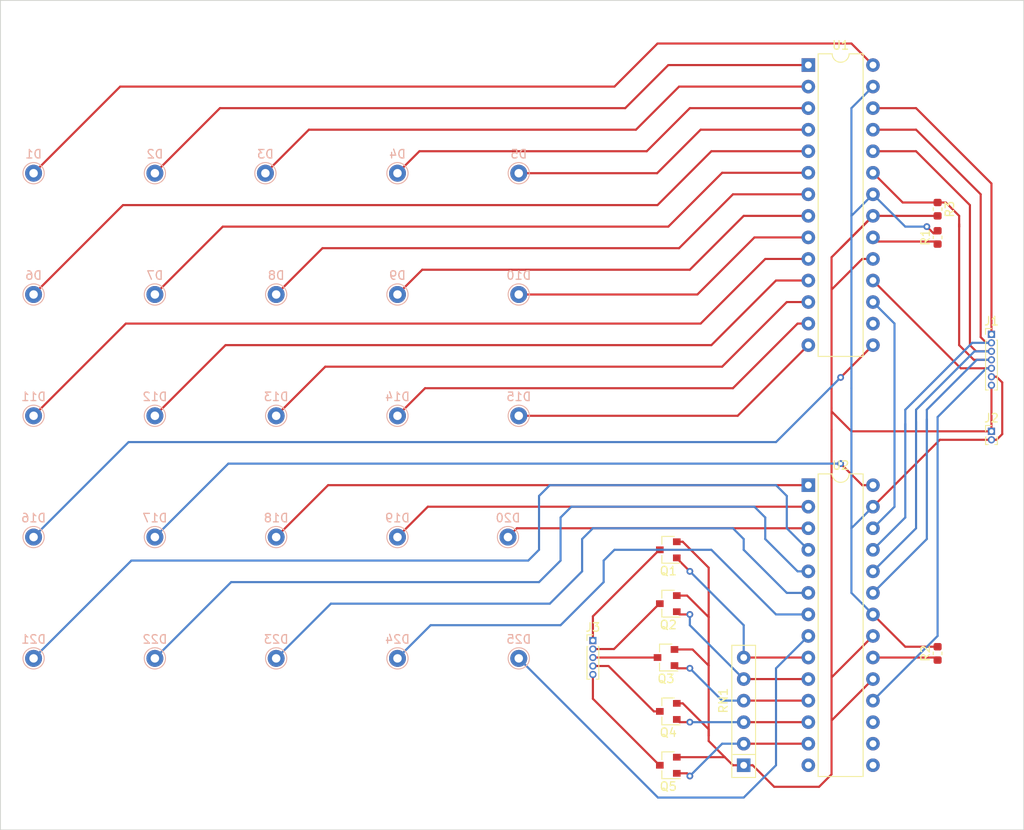
<source format=kicad_pcb>
(kicad_pcb (version 20171130) (host pcbnew "(5.1.4)-1")

  (general
    (thickness 1.6)
    (drawings 4)
    (tracks 278)
    (zones 0)
    (modules 39)
    (nets 51)
  )

  (page USLetter)
  (layers
    (0 F.Cu signal)
    (31 B.Cu signal)
    (32 B.Adhes user)
    (33 F.Adhes user)
    (34 B.Paste user)
    (35 F.Paste user)
    (36 B.SilkS user)
    (37 F.SilkS user)
    (38 B.Mask user)
    (39 F.Mask user)
    (40 Dwgs.User user)
    (41 Cmts.User user)
    (42 Eco1.User user)
    (43 Eco2.User user)
    (44 Edge.Cuts user)
    (45 Margin user)
    (46 B.CrtYd user)
    (47 F.CrtYd user)
    (48 B.Fab user)
    (49 F.Fab user)
  )

  (setup
    (last_trace_width 0.25)
    (trace_clearance 0.2)
    (zone_clearance 0.508)
    (zone_45_only no)
    (trace_min 0.2)
    (via_size 0.8)
    (via_drill 0.4)
    (via_min_size 0.4)
    (via_min_drill 0.3)
    (uvia_size 0.3)
    (uvia_drill 0.1)
    (uvias_allowed no)
    (uvia_min_size 0.2)
    (uvia_min_drill 0.1)
    (edge_width 0.1)
    (segment_width 0.2)
    (pcb_text_width 0.3)
    (pcb_text_size 1.5 1.5)
    (mod_edge_width 0.15)
    (mod_text_size 1 1)
    (mod_text_width 0.15)
    (pad_size 1.524 1.524)
    (pad_drill 0.762)
    (pad_to_mask_clearance 0)
    (aux_axis_origin 0 0)
    (visible_elements 7FFFFFFF)
    (pcbplotparams
      (layerselection 0x010fc_ffffffff)
      (usegerberextensions false)
      (usegerberattributes false)
      (usegerberadvancedattributes false)
      (creategerberjobfile false)
      (excludeedgelayer true)
      (linewidth 0.100000)
      (plotframeref false)
      (viasonmask false)
      (mode 1)
      (useauxorigin false)
      (hpglpennumber 1)
      (hpglpenspeed 20)
      (hpglpendiameter 15.000000)
      (psnegative false)
      (psa4output false)
      (plotreference true)
      (plotvalue true)
      (plotinvisibletext false)
      (padsonsilk false)
      (subtractmaskfromsilk false)
      (outputformat 1)
      (mirror false)
      (drillshape 1)
      (scaleselection 1)
      (outputdirectory ""))
  )

  (net 0 "")
  (net 1 +5V)
  (net 2 GND)
  (net 3 "Net-(U1-Pad16)")
  (net 4 "Net-(U2-Pad14)")
  (net 5 "Net-(U2-Pad16)")
  (net 6 "Net-(U2-Pad15)")
  (net 7 /Layer5)
  (net 8 /Layer4)
  (net 9 /Layer3)
  (net 10 /Layer2)
  (net 11 /Layer1)
  (net 12 /Layer1Gate)
  (net 13 /Layer2Gate)
  (net 14 /Layer3Gate)
  (net 15 /Layer4Gate)
  (net 16 /Layer5Gate)
  (net 17 /LED1)
  (net 18 /LED15)
  (net 19 /LED14)
  (net 20 /LED13)
  (net 21 /LED12)
  (net 22 /LED11)
  (net 23 /LED10)
  (net 24 /LED9)
  (net 25 /LED8)
  (net 26 /LED7)
  (net 27 /LED6)
  (net 28 /LED5)
  (net 29 /LED4)
  (net 30 /LED3)
  (net 31 /LED16)
  (net 32 /LED2)
  (net 33 /LED17)
  (net 34 /LED25)
  (net 35 /LED24)
  (net 36 /LED23)
  (net 37 /LED22)
  (net 38 /LED21)
  (net 39 /LED20)
  (net 40 /LED19)
  (net 41 /LED18)
  (net 42 /IREF1)
  (net 43 /IREF2)
  (net 44 /SOUT1)
  (net 45 "Net-(U2-Pad17)")
  (net 46 "/ArduinoD13(SCLK)")
  (net 47 "/ArduinoD11(SIN)")
  (net 48 "/ArduinoD10(BLANK)")
  (net 49 "/ArduinoD9(XLAT)")
  (net 50 "/ArduinoD3(GSCLK)")

  (net_class Default "This is the default net class."
    (clearance 0.2)
    (trace_width 0.25)
    (via_dia 0.8)
    (via_drill 0.4)
    (uvia_dia 0.3)
    (uvia_drill 0.1)
    (add_net +5V)
    (add_net "/ArduinoD10(BLANK)")
    (add_net "/ArduinoD11(SIN)")
    (add_net "/ArduinoD13(SCLK)")
    (add_net "/ArduinoD3(GSCLK)")
    (add_net "/ArduinoD9(XLAT)")
    (add_net /IREF1)
    (add_net /IREF2)
    (add_net /LED1)
    (add_net /LED10)
    (add_net /LED11)
    (add_net /LED12)
    (add_net /LED13)
    (add_net /LED14)
    (add_net /LED15)
    (add_net /LED16)
    (add_net /LED17)
    (add_net /LED18)
    (add_net /LED19)
    (add_net /LED2)
    (add_net /LED20)
    (add_net /LED21)
    (add_net /LED22)
    (add_net /LED23)
    (add_net /LED24)
    (add_net /LED25)
    (add_net /LED3)
    (add_net /LED4)
    (add_net /LED5)
    (add_net /LED6)
    (add_net /LED7)
    (add_net /LED8)
    (add_net /LED9)
    (add_net /Layer1)
    (add_net /Layer1Gate)
    (add_net /Layer2)
    (add_net /Layer2Gate)
    (add_net /Layer3)
    (add_net /Layer3Gate)
    (add_net /Layer4)
    (add_net /Layer4Gate)
    (add_net /Layer5)
    (add_net /Layer5Gate)
    (add_net /SOUT1)
    (add_net GND)
    (add_net "Net-(U1-Pad16)")
    (add_net "Net-(U2-Pad14)")
    (add_net "Net-(U2-Pad15)")
    (add_net "Net-(U2-Pad16)")
    (add_net "Net-(U2-Pad17)")
  )

  (module Package_DIP:DIP-28_W7.62mm (layer F.Cu) (tedit 5A02E8C5) (tstamp 5DBFD9FD)
    (at 218.44 40.64)
    (descr "28-lead though-hole mounted DIP package, row spacing 7.62 mm (300 mils)")
    (tags "THT DIP DIL PDIP 2.54mm 7.62mm 300mil")
    (path /5DBE8911)
    (fp_text reference U1 (at 3.81 -2.33) (layer F.SilkS)
      (effects (font (size 1 1) (thickness 0.15)))
    )
    (fp_text value TLC5940NT (at 3.81 35.35) (layer F.Fab)
      (effects (font (size 1 1) (thickness 0.15)))
    )
    (fp_text user %R (at 3.81 16.51) (layer F.Fab)
      (effects (font (size 1 1) (thickness 0.15)))
    )
    (fp_line (start 8.7 -1.55) (end -1.1 -1.55) (layer F.CrtYd) (width 0.05))
    (fp_line (start 8.7 34.55) (end 8.7 -1.55) (layer F.CrtYd) (width 0.05))
    (fp_line (start -1.1 34.55) (end 8.7 34.55) (layer F.CrtYd) (width 0.05))
    (fp_line (start -1.1 -1.55) (end -1.1 34.55) (layer F.CrtYd) (width 0.05))
    (fp_line (start 6.46 -1.33) (end 4.81 -1.33) (layer F.SilkS) (width 0.12))
    (fp_line (start 6.46 34.35) (end 6.46 -1.33) (layer F.SilkS) (width 0.12))
    (fp_line (start 1.16 34.35) (end 6.46 34.35) (layer F.SilkS) (width 0.12))
    (fp_line (start 1.16 -1.33) (end 1.16 34.35) (layer F.SilkS) (width 0.12))
    (fp_line (start 2.81 -1.33) (end 1.16 -1.33) (layer F.SilkS) (width 0.12))
    (fp_line (start 0.635 -0.27) (end 1.635 -1.27) (layer F.Fab) (width 0.1))
    (fp_line (start 0.635 34.29) (end 0.635 -0.27) (layer F.Fab) (width 0.1))
    (fp_line (start 6.985 34.29) (end 0.635 34.29) (layer F.Fab) (width 0.1))
    (fp_line (start 6.985 -1.27) (end 6.985 34.29) (layer F.Fab) (width 0.1))
    (fp_line (start 1.635 -1.27) (end 6.985 -1.27) (layer F.Fab) (width 0.1))
    (fp_arc (start 3.81 -1.33) (end 2.81 -1.33) (angle -180) (layer F.SilkS) (width 0.12))
    (pad 28 thru_hole oval (at 7.62 0) (size 1.6 1.6) (drill 0.8) (layers *.Cu *.Mask)
      (net 17 /LED1))
    (pad 14 thru_hole oval (at 0 33.02) (size 1.6 1.6) (drill 0.8) (layers *.Cu *.Mask)
      (net 18 /LED15))
    (pad 27 thru_hole oval (at 7.62 2.54) (size 1.6 1.6) (drill 0.8) (layers *.Cu *.Mask)
      (net 2 GND))
    (pad 13 thru_hole oval (at 0 30.48) (size 1.6 1.6) (drill 0.8) (layers *.Cu *.Mask)
      (net 19 /LED14))
    (pad 26 thru_hole oval (at 7.62 5.08) (size 1.6 1.6) (drill 0.8) (layers *.Cu *.Mask)
      (net 47 "/ArduinoD11(SIN)"))
    (pad 12 thru_hole oval (at 0 27.94) (size 1.6 1.6) (drill 0.8) (layers *.Cu *.Mask)
      (net 20 /LED13))
    (pad 25 thru_hole oval (at 7.62 7.62) (size 1.6 1.6) (drill 0.8) (layers *.Cu *.Mask)
      (net 46 "/ArduinoD13(SCLK)"))
    (pad 11 thru_hole oval (at 0 25.4) (size 1.6 1.6) (drill 0.8) (layers *.Cu *.Mask)
      (net 21 /LED12))
    (pad 24 thru_hole oval (at 7.62 10.16) (size 1.6 1.6) (drill 0.8) (layers *.Cu *.Mask)
      (net 49 "/ArduinoD9(XLAT)"))
    (pad 10 thru_hole oval (at 0 22.86) (size 1.6 1.6) (drill 0.8) (layers *.Cu *.Mask)
      (net 22 /LED11))
    (pad 23 thru_hole oval (at 7.62 12.7) (size 1.6 1.6) (drill 0.8) (layers *.Cu *.Mask)
      (net 48 "/ArduinoD10(BLANK)"))
    (pad 9 thru_hole oval (at 0 20.32) (size 1.6 1.6) (drill 0.8) (layers *.Cu *.Mask)
      (net 23 /LED10))
    (pad 22 thru_hole oval (at 7.62 15.24) (size 1.6 1.6) (drill 0.8) (layers *.Cu *.Mask)
      (net 2 GND))
    (pad 8 thru_hole oval (at 0 17.78) (size 1.6 1.6) (drill 0.8) (layers *.Cu *.Mask)
      (net 24 /LED9))
    (pad 21 thru_hole oval (at 7.62 17.78) (size 1.6 1.6) (drill 0.8) (layers *.Cu *.Mask)
      (net 1 +5V))
    (pad 7 thru_hole oval (at 0 15.24) (size 1.6 1.6) (drill 0.8) (layers *.Cu *.Mask)
      (net 25 /LED8))
    (pad 20 thru_hole oval (at 7.62 20.32) (size 1.6 1.6) (drill 0.8) (layers *.Cu *.Mask)
      (net 42 /IREF1))
    (pad 6 thru_hole oval (at 0 12.7) (size 1.6 1.6) (drill 0.8) (layers *.Cu *.Mask)
      (net 26 /LED7))
    (pad 19 thru_hole oval (at 7.62 22.86) (size 1.6 1.6) (drill 0.8) (layers *.Cu *.Mask)
      (net 1 +5V))
    (pad 5 thru_hole oval (at 0 10.16) (size 1.6 1.6) (drill 0.8) (layers *.Cu *.Mask)
      (net 27 /LED6))
    (pad 18 thru_hole oval (at 7.62 25.4) (size 1.6 1.6) (drill 0.8) (layers *.Cu *.Mask)
      (net 50 "/ArduinoD3(GSCLK)"))
    (pad 4 thru_hole oval (at 0 7.62) (size 1.6 1.6) (drill 0.8) (layers *.Cu *.Mask)
      (net 28 /LED5))
    (pad 17 thru_hole oval (at 7.62 27.94) (size 1.6 1.6) (drill 0.8) (layers *.Cu *.Mask)
      (net 44 /SOUT1))
    (pad 3 thru_hole oval (at 0 5.08) (size 1.6 1.6) (drill 0.8) (layers *.Cu *.Mask)
      (net 29 /LED4))
    (pad 16 thru_hole oval (at 7.62 30.48) (size 1.6 1.6) (drill 0.8) (layers *.Cu *.Mask)
      (net 3 "Net-(U1-Pad16)"))
    (pad 2 thru_hole oval (at 0 2.54) (size 1.6 1.6) (drill 0.8) (layers *.Cu *.Mask)
      (net 30 /LED3))
    (pad 15 thru_hole oval (at 7.62 33.02) (size 1.6 1.6) (drill 0.8) (layers *.Cu *.Mask)
      (net 31 /LED16))
    (pad 1 thru_hole rect (at 0 0) (size 1.6 1.6) (drill 0.8) (layers *.Cu *.Mask)
      (net 32 /LED2))
    (model ${KISYS3DMOD}/Package_DIP.3dshapes/DIP-28_W7.62mm.wrl
      (at (xyz 0 0 0))
      (scale (xyz 1 1 1))
      (rotate (xyz 0 0 0))
    )
  )

  (module Resistor_SMD:R_0603_1608Metric (layer F.Cu) (tedit 5B301BBD) (tstamp 5DBFD9A3)
    (at 233.68 110.005 90)
    (descr "Resistor SMD 0603 (1608 Metric), square (rectangular) end terminal, IPC_7351 nominal, (Body size source: http://www.tortai-tech.com/upload/download/2011102023233369053.pdf), generated with kicad-footprint-generator")
    (tags resistor)
    (path /5DD2D000)
    (attr smd)
    (fp_text reference R2 (at 0 -1.43 90) (layer F.SilkS)
      (effects (font (size 1 1) (thickness 0.15)))
    )
    (fp_text value 2.7K (at 0 1.43 90) (layer F.Fab)
      (effects (font (size 1 1) (thickness 0.15)))
    )
    (fp_text user %R (at 0 0 90) (layer F.Fab)
      (effects (font (size 0.4 0.4) (thickness 0.06)))
    )
    (fp_line (start 1.48 0.73) (end -1.48 0.73) (layer F.CrtYd) (width 0.05))
    (fp_line (start 1.48 -0.73) (end 1.48 0.73) (layer F.CrtYd) (width 0.05))
    (fp_line (start -1.48 -0.73) (end 1.48 -0.73) (layer F.CrtYd) (width 0.05))
    (fp_line (start -1.48 0.73) (end -1.48 -0.73) (layer F.CrtYd) (width 0.05))
    (fp_line (start -0.162779 0.51) (end 0.162779 0.51) (layer F.SilkS) (width 0.12))
    (fp_line (start -0.162779 -0.51) (end 0.162779 -0.51) (layer F.SilkS) (width 0.12))
    (fp_line (start 0.8 0.4) (end -0.8 0.4) (layer F.Fab) (width 0.1))
    (fp_line (start 0.8 -0.4) (end 0.8 0.4) (layer F.Fab) (width 0.1))
    (fp_line (start -0.8 -0.4) (end 0.8 -0.4) (layer F.Fab) (width 0.1))
    (fp_line (start -0.8 0.4) (end -0.8 -0.4) (layer F.Fab) (width 0.1))
    (pad 2 smd roundrect (at 0.7875 0 90) (size 0.875 0.95) (layers F.Cu F.Paste F.Mask) (roundrect_rratio 0.25)
      (net 2 GND))
    (pad 1 smd roundrect (at -0.7875 0 90) (size 0.875 0.95) (layers F.Cu F.Paste F.Mask) (roundrect_rratio 0.25)
      (net 43 /IREF2))
    (model ${KISYS3DMOD}/Resistor_SMD.3dshapes/R_0603_1608Metric.wrl
      (at (xyz 0 0 0))
      (scale (xyz 1 1 1))
      (rotate (xyz 0 0 0))
    )
  )

  (module Resistor_SMD:R_0603_1608Metric (layer F.Cu) (tedit 5B301BBD) (tstamp 5DBFD9B4)
    (at 233.68 57.6325 270)
    (descr "Resistor SMD 0603 (1608 Metric), square (rectangular) end terminal, IPC_7351 nominal, (Body size source: http://www.tortai-tech.com/upload/download/2011102023233369053.pdf), generated with kicad-footprint-generator")
    (tags resistor)
    (path /5DDDA881)
    (attr smd)
    (fp_text reference R3 (at 0 -1.43 90) (layer F.SilkS)
      (effects (font (size 1 1) (thickness 0.15)))
    )
    (fp_text value 4.7K (at 0 1.43 90) (layer F.Fab)
      (effects (font (size 1 1) (thickness 0.15)))
    )
    (fp_text user %R (at 0 0 90) (layer F.Fab)
      (effects (font (size 0.4 0.4) (thickness 0.06)))
    )
    (fp_line (start 1.48 0.73) (end -1.48 0.73) (layer F.CrtYd) (width 0.05))
    (fp_line (start 1.48 -0.73) (end 1.48 0.73) (layer F.CrtYd) (width 0.05))
    (fp_line (start -1.48 -0.73) (end 1.48 -0.73) (layer F.CrtYd) (width 0.05))
    (fp_line (start -1.48 0.73) (end -1.48 -0.73) (layer F.CrtYd) (width 0.05))
    (fp_line (start -0.162779 0.51) (end 0.162779 0.51) (layer F.SilkS) (width 0.12))
    (fp_line (start -0.162779 -0.51) (end 0.162779 -0.51) (layer F.SilkS) (width 0.12))
    (fp_line (start 0.8 0.4) (end -0.8 0.4) (layer F.Fab) (width 0.1))
    (fp_line (start 0.8 -0.4) (end 0.8 0.4) (layer F.Fab) (width 0.1))
    (fp_line (start -0.8 -0.4) (end 0.8 -0.4) (layer F.Fab) (width 0.1))
    (fp_line (start -0.8 0.4) (end -0.8 -0.4) (layer F.Fab) (width 0.1))
    (pad 2 smd roundrect (at 0.7875 0 270) (size 0.875 0.95) (layers F.Cu F.Paste F.Mask) (roundrect_rratio 0.25)
      (net 1 +5V))
    (pad 1 smd roundrect (at -0.7875 0 270) (size 0.875 0.95) (layers F.Cu F.Paste F.Mask) (roundrect_rratio 0.25)
      (net 48 "/ArduinoD10(BLANK)"))
    (model ${KISYS3DMOD}/Resistor_SMD.3dshapes/R_0603_1608Metric.wrl
      (at (xyz 0 0 0))
      (scale (xyz 1 1 1))
      (rotate (xyz 0 0 0))
    )
  )

  (module Resistor_SMD:R_0603_1608Metric (layer F.Cu) (tedit 5B301BBD) (tstamp 5DBFD994)
    (at 233.68 60.96 90)
    (descr "Resistor SMD 0603 (1608 Metric), square (rectangular) end terminal, IPC_7351 nominal, (Body size source: http://www.tortai-tech.com/upload/download/2011102023233369053.pdf), generated with kicad-footprint-generator")
    (tags resistor)
    (path /5DBED8D0)
    (attr smd)
    (fp_text reference R1 (at 0 -1.43 90) (layer F.SilkS)
      (effects (font (size 1 1) (thickness 0.15)))
    )
    (fp_text value 2.7K (at 0 1.43 90) (layer F.Fab)
      (effects (font (size 1 1) (thickness 0.15)))
    )
    (fp_text user %R (at 0 0 90) (layer F.Fab)
      (effects (font (size 0.4 0.4) (thickness 0.06)))
    )
    (fp_line (start 1.48 0.73) (end -1.48 0.73) (layer F.CrtYd) (width 0.05))
    (fp_line (start 1.48 -0.73) (end 1.48 0.73) (layer F.CrtYd) (width 0.05))
    (fp_line (start -1.48 -0.73) (end 1.48 -0.73) (layer F.CrtYd) (width 0.05))
    (fp_line (start -1.48 0.73) (end -1.48 -0.73) (layer F.CrtYd) (width 0.05))
    (fp_line (start -0.162779 0.51) (end 0.162779 0.51) (layer F.SilkS) (width 0.12))
    (fp_line (start -0.162779 -0.51) (end 0.162779 -0.51) (layer F.SilkS) (width 0.12))
    (fp_line (start 0.8 0.4) (end -0.8 0.4) (layer F.Fab) (width 0.1))
    (fp_line (start 0.8 -0.4) (end 0.8 0.4) (layer F.Fab) (width 0.1))
    (fp_line (start -0.8 -0.4) (end 0.8 -0.4) (layer F.Fab) (width 0.1))
    (fp_line (start -0.8 0.4) (end -0.8 -0.4) (layer F.Fab) (width 0.1))
    (pad 2 smd roundrect (at 0.7875 0 90) (size 0.875 0.95) (layers F.Cu F.Paste F.Mask) (roundrect_rratio 0.25)
      (net 2 GND))
    (pad 1 smd roundrect (at -0.7875 0 90) (size 0.875 0.95) (layers F.Cu F.Paste F.Mask) (roundrect_rratio 0.25)
      (net 42 /IREF1))
    (model ${KISYS3DMOD}/Resistor_SMD.3dshapes/R_0603_1608Metric.wrl
      (at (xyz 0 0 0))
      (scale (xyz 1 1 1))
      (rotate (xyz 0 0 0))
    )
  )

  (module Connector_PinHeader_1.00mm:PinHeader_1x02_P1.00mm_Vertical (layer F.Cu) (tedit 59FED738) (tstamp 5DC52ADD)
    (at 240.03 83.82)
    (descr "Through hole straight pin header, 1x02, 1.00mm pitch, single row")
    (tags "Through hole pin header THT 1x02 1.00mm single row")
    (path /5DD2338E)
    (fp_text reference J2 (at 0 -1.56) (layer F.SilkS)
      (effects (font (size 1 1) (thickness 0.15)))
    )
    (fp_text value Power (at 0 2.56) (layer F.Fab)
      (effects (font (size 1 1) (thickness 0.15)))
    )
    (fp_text user %R (at 0 0.5 90) (layer F.Fab)
      (effects (font (size 0.76 0.76) (thickness 0.114)))
    )
    (fp_line (start 1.15 -1) (end -1.15 -1) (layer F.CrtYd) (width 0.05))
    (fp_line (start 1.15 2) (end 1.15 -1) (layer F.CrtYd) (width 0.05))
    (fp_line (start -1.15 2) (end 1.15 2) (layer F.CrtYd) (width 0.05))
    (fp_line (start -1.15 -1) (end -1.15 2) (layer F.CrtYd) (width 0.05))
    (fp_line (start -0.695 -0.685) (end 0 -0.685) (layer F.SilkS) (width 0.12))
    (fp_line (start -0.695 0) (end -0.695 -0.685) (layer F.SilkS) (width 0.12))
    (fp_line (start 0.608276 0.685) (end 0.695 0.685) (layer F.SilkS) (width 0.12))
    (fp_line (start -0.695 0.685) (end -0.608276 0.685) (layer F.SilkS) (width 0.12))
    (fp_line (start 0.695 0.685) (end 0.695 1.56) (layer F.SilkS) (width 0.12))
    (fp_line (start -0.695 0.685) (end -0.695 1.56) (layer F.SilkS) (width 0.12))
    (fp_line (start 0.394493 1.56) (end 0.695 1.56) (layer F.SilkS) (width 0.12))
    (fp_line (start -0.695 1.56) (end -0.394493 1.56) (layer F.SilkS) (width 0.12))
    (fp_line (start -0.635 -0.1825) (end -0.3175 -0.5) (layer F.Fab) (width 0.1))
    (fp_line (start -0.635 1.5) (end -0.635 -0.1825) (layer F.Fab) (width 0.1))
    (fp_line (start 0.635 1.5) (end -0.635 1.5) (layer F.Fab) (width 0.1))
    (fp_line (start 0.635 -0.5) (end 0.635 1.5) (layer F.Fab) (width 0.1))
    (fp_line (start -0.3175 -0.5) (end 0.635 -0.5) (layer F.Fab) (width 0.1))
    (pad 2 thru_hole oval (at 0 1) (size 0.85 0.85) (drill 0.5) (layers *.Cu *.Mask)
      (net 2 GND))
    (pad 1 thru_hole rect (at 0 0) (size 0.85 0.85) (drill 0.5) (layers *.Cu *.Mask)
      (net 1 +5V))
    (model ${KISYS3DMOD}/Connector_PinHeader_1.00mm.3dshapes/PinHeader_1x02_P1.00mm_Vertical.wrl
      (at (xyz 0 0 0))
      (scale (xyz 1 1 1))
      (rotate (xyz 0 0 0))
    )
  )

  (module Connector_PinHeader_1.00mm:PinHeader_1x07_P1.00mm_Vertical (layer F.Cu) (tedit 59FED738) (tstamp 5DC58B8B)
    (at 240.03 72.39)
    (descr "Through hole straight pin header, 1x07, 1.00mm pitch, single row")
    (tags "Through hole pin header THT 1x07 1.00mm single row")
    (path /5DD22551)
    (fp_text reference J1 (at 0 -1.56) (layer F.SilkS)
      (effects (font (size 1 1) (thickness 0.15)))
    )
    (fp_text value Arduino (at 0 7.56) (layer F.Fab)
      (effects (font (size 1 1) (thickness 0.15)))
    )
    (fp_text user %R (at 0 3 90) (layer F.Fab)
      (effects (font (size 0.76 0.76) (thickness 0.114)))
    )
    (fp_line (start 1.15 -1) (end -1.15 -1) (layer F.CrtYd) (width 0.05))
    (fp_line (start 1.15 7) (end 1.15 -1) (layer F.CrtYd) (width 0.05))
    (fp_line (start -1.15 7) (end 1.15 7) (layer F.CrtYd) (width 0.05))
    (fp_line (start -1.15 -1) (end -1.15 7) (layer F.CrtYd) (width 0.05))
    (fp_line (start -0.695 -0.685) (end 0 -0.685) (layer F.SilkS) (width 0.12))
    (fp_line (start -0.695 0) (end -0.695 -0.685) (layer F.SilkS) (width 0.12))
    (fp_line (start 0.608276 0.685) (end 0.695 0.685) (layer F.SilkS) (width 0.12))
    (fp_line (start -0.695 0.685) (end -0.608276 0.685) (layer F.SilkS) (width 0.12))
    (fp_line (start 0.695 0.685) (end 0.695 6.56) (layer F.SilkS) (width 0.12))
    (fp_line (start -0.695 0.685) (end -0.695 6.56) (layer F.SilkS) (width 0.12))
    (fp_line (start 0.394493 6.56) (end 0.695 6.56) (layer F.SilkS) (width 0.12))
    (fp_line (start -0.695 6.56) (end -0.394493 6.56) (layer F.SilkS) (width 0.12))
    (fp_line (start -0.635 -0.1825) (end -0.3175 -0.5) (layer F.Fab) (width 0.1))
    (fp_line (start -0.635 6.5) (end -0.635 -0.1825) (layer F.Fab) (width 0.1))
    (fp_line (start 0.635 6.5) (end -0.635 6.5) (layer F.Fab) (width 0.1))
    (fp_line (start 0.635 -0.5) (end 0.635 6.5) (layer F.Fab) (width 0.1))
    (fp_line (start -0.3175 -0.5) (end 0.635 -0.5) (layer F.Fab) (width 0.1))
    (pad 7 thru_hole oval (at 0 6) (size 0.85 0.85) (drill 0.5) (layers *.Cu *.Mask)
      (net 1 +5V))
    (pad 6 thru_hole oval (at 0 5) (size 0.85 0.85) (drill 0.5) (layers *.Cu *.Mask)
      (net 2 GND))
    (pad 5 thru_hole oval (at 0 4) (size 0.85 0.85) (drill 0.5) (layers *.Cu *.Mask)
      (net 50 "/ArduinoD3(GSCLK)"))
    (pad 4 thru_hole oval (at 0 3) (size 0.85 0.85) (drill 0.5) (layers *.Cu *.Mask)
      (net 48 "/ArduinoD10(BLANK)"))
    (pad 3 thru_hole oval (at 0 2) (size 0.85 0.85) (drill 0.5) (layers *.Cu *.Mask)
      (net 49 "/ArduinoD9(XLAT)"))
    (pad 2 thru_hole oval (at 0 1) (size 0.85 0.85) (drill 0.5) (layers *.Cu *.Mask)
      (net 46 "/ArduinoD13(SCLK)"))
    (pad 1 thru_hole rect (at 0 0) (size 0.85 0.85) (drill 0.5) (layers *.Cu *.Mask)
      (net 47 "/ArduinoD11(SIN)"))
    (model ${KISYS3DMOD}/Connector_PinHeader_1.00mm.3dshapes/PinHeader_1x07_P1.00mm_Vertical.wrl
      (at (xyz 0 0 0))
      (scale (xyz 1 1 1))
      (rotate (xyz 0 0 0))
    )
  )

  (module Package_DIP:DIP-28_W7.62mm (layer F.Cu) (tedit 5A02E8C5) (tstamp 5DBFDA2D)
    (at 218.44 90.17)
    (descr "28-lead though-hole mounted DIP package, row spacing 7.62 mm (300 mils)")
    (tags "THT DIP DIL PDIP 2.54mm 7.62mm 300mil")
    (path /5DBE9F69)
    (fp_text reference U2 (at 3.81 -2.33) (layer F.SilkS)
      (effects (font (size 1 1) (thickness 0.15)))
    )
    (fp_text value TLC5940NT (at 3.81 35.35) (layer F.Fab)
      (effects (font (size 1 1) (thickness 0.15)))
    )
    (fp_text user %R (at 3.81 16.51) (layer F.Fab)
      (effects (font (size 1 1) (thickness 0.15)))
    )
    (fp_line (start 8.7 -1.55) (end -1.1 -1.55) (layer F.CrtYd) (width 0.05))
    (fp_line (start 8.7 34.55) (end 8.7 -1.55) (layer F.CrtYd) (width 0.05))
    (fp_line (start -1.1 34.55) (end 8.7 34.55) (layer F.CrtYd) (width 0.05))
    (fp_line (start -1.1 -1.55) (end -1.1 34.55) (layer F.CrtYd) (width 0.05))
    (fp_line (start 6.46 -1.33) (end 4.81 -1.33) (layer F.SilkS) (width 0.12))
    (fp_line (start 6.46 34.35) (end 6.46 -1.33) (layer F.SilkS) (width 0.12))
    (fp_line (start 1.16 34.35) (end 6.46 34.35) (layer F.SilkS) (width 0.12))
    (fp_line (start 1.16 -1.33) (end 1.16 34.35) (layer F.SilkS) (width 0.12))
    (fp_line (start 2.81 -1.33) (end 1.16 -1.33) (layer F.SilkS) (width 0.12))
    (fp_line (start 0.635 -0.27) (end 1.635 -1.27) (layer F.Fab) (width 0.1))
    (fp_line (start 0.635 34.29) (end 0.635 -0.27) (layer F.Fab) (width 0.1))
    (fp_line (start 6.985 34.29) (end 0.635 34.29) (layer F.Fab) (width 0.1))
    (fp_line (start 6.985 -1.27) (end 6.985 34.29) (layer F.Fab) (width 0.1))
    (fp_line (start 1.635 -1.27) (end 6.985 -1.27) (layer F.Fab) (width 0.1))
    (fp_arc (start 3.81 -1.33) (end 2.81 -1.33) (angle -180) (layer F.SilkS) (width 0.12))
    (pad 28 thru_hole oval (at 7.62 0) (size 1.6 1.6) (drill 0.8) (layers *.Cu *.Mask)
      (net 33 /LED17))
    (pad 14 thru_hole oval (at 0 33.02) (size 1.6 1.6) (drill 0.8) (layers *.Cu *.Mask)
      (net 4 "Net-(U2-Pad14)"))
    (pad 27 thru_hole oval (at 7.62 2.54) (size 1.6 1.6) (drill 0.8) (layers *.Cu *.Mask)
      (net 2 GND))
    (pad 13 thru_hole oval (at 0 30.48) (size 1.6 1.6) (drill 0.8) (layers *.Cu *.Mask)
      (net 16 /Layer5Gate))
    (pad 26 thru_hole oval (at 7.62 5.08) (size 1.6 1.6) (drill 0.8) (layers *.Cu *.Mask)
      (net 44 /SOUT1))
    (pad 12 thru_hole oval (at 0 27.94) (size 1.6 1.6) (drill 0.8) (layers *.Cu *.Mask)
      (net 15 /Layer4Gate))
    (pad 25 thru_hole oval (at 7.62 7.62) (size 1.6 1.6) (drill 0.8) (layers *.Cu *.Mask)
      (net 46 "/ArduinoD13(SCLK)"))
    (pad 11 thru_hole oval (at 0 25.4) (size 1.6 1.6) (drill 0.8) (layers *.Cu *.Mask)
      (net 14 /Layer3Gate))
    (pad 24 thru_hole oval (at 7.62 10.16) (size 1.6 1.6) (drill 0.8) (layers *.Cu *.Mask)
      (net 49 "/ArduinoD9(XLAT)"))
    (pad 10 thru_hole oval (at 0 22.86) (size 1.6 1.6) (drill 0.8) (layers *.Cu *.Mask)
      (net 13 /Layer2Gate))
    (pad 23 thru_hole oval (at 7.62 12.7) (size 1.6 1.6) (drill 0.8) (layers *.Cu *.Mask)
      (net 48 "/ArduinoD10(BLANK)"))
    (pad 9 thru_hole oval (at 0 20.32) (size 1.6 1.6) (drill 0.8) (layers *.Cu *.Mask)
      (net 12 /Layer1Gate))
    (pad 22 thru_hole oval (at 7.62 15.24) (size 1.6 1.6) (drill 0.8) (layers *.Cu *.Mask)
      (net 2 GND))
    (pad 8 thru_hole oval (at 0 17.78) (size 1.6 1.6) (drill 0.8) (layers *.Cu *.Mask)
      (net 34 /LED25))
    (pad 21 thru_hole oval (at 7.62 17.78) (size 1.6 1.6) (drill 0.8) (layers *.Cu *.Mask)
      (net 1 +5V))
    (pad 7 thru_hole oval (at 0 15.24) (size 1.6 1.6) (drill 0.8) (layers *.Cu *.Mask)
      (net 35 /LED24))
    (pad 20 thru_hole oval (at 7.62 20.32) (size 1.6 1.6) (drill 0.8) (layers *.Cu *.Mask)
      (net 43 /IREF2))
    (pad 6 thru_hole oval (at 0 12.7) (size 1.6 1.6) (drill 0.8) (layers *.Cu *.Mask)
      (net 36 /LED23))
    (pad 19 thru_hole oval (at 7.62 22.86) (size 1.6 1.6) (drill 0.8) (layers *.Cu *.Mask)
      (net 1 +5V))
    (pad 5 thru_hole oval (at 0 10.16) (size 1.6 1.6) (drill 0.8) (layers *.Cu *.Mask)
      (net 37 /LED22))
    (pad 18 thru_hole oval (at 7.62 25.4) (size 1.6 1.6) (drill 0.8) (layers *.Cu *.Mask)
      (net 50 "/ArduinoD3(GSCLK)"))
    (pad 4 thru_hole oval (at 0 7.62) (size 1.6 1.6) (drill 0.8) (layers *.Cu *.Mask)
      (net 38 /LED21))
    (pad 17 thru_hole oval (at 7.62 27.94) (size 1.6 1.6) (drill 0.8) (layers *.Cu *.Mask)
      (net 45 "Net-(U2-Pad17)"))
    (pad 3 thru_hole oval (at 0 5.08) (size 1.6 1.6) (drill 0.8) (layers *.Cu *.Mask)
      (net 39 /LED20))
    (pad 16 thru_hole oval (at 7.62 30.48) (size 1.6 1.6) (drill 0.8) (layers *.Cu *.Mask)
      (net 5 "Net-(U2-Pad16)"))
    (pad 2 thru_hole oval (at 0 2.54) (size 1.6 1.6) (drill 0.8) (layers *.Cu *.Mask)
      (net 40 /LED19))
    (pad 15 thru_hole oval (at 7.62 33.02) (size 1.6 1.6) (drill 0.8) (layers *.Cu *.Mask)
      (net 6 "Net-(U2-Pad15)"))
    (pad 1 thru_hole rect (at 0 0) (size 1.6 1.6) (drill 0.8) (layers *.Cu *.Mask)
      (net 41 /LED18))
    (model ${KISYS3DMOD}/Package_DIP.3dshapes/DIP-28_W7.62mm.wrl
      (at (xyz 0 0 0))
      (scale (xyz 1 1 1))
      (rotate (xyz 0 0 0))
    )
  )

  (module Connector_Pin:Pin_D1.0mm_L10.0mm (layer B.Cu) (tedit 5A1DC084) (tstamp 5DC4EBB1)
    (at 184.3 110.59)
    (descr "solder Pin_ diameter 1.0mm, hole diameter 1.0mm (press fit), length 10.0mm")
    (tags "solder Pin_ press fit")
    (path /5DD345F8/5DE7D1EC)
    (fp_text reference D25 (at 0 -2.25) (layer B.SilkS)
      (effects (font (size 1 1) (thickness 0.15)) (justify mirror))
    )
    (fp_text value LED (at 0 2.05) (layer B.Fab)
      (effects (font (size 1 1) (thickness 0.15)) (justify mirror))
    )
    (fp_circle (center 0 0) (end 1.25 -0.05) (layer B.SilkS) (width 0.12))
    (fp_circle (center 0 0) (end 1 0) (layer B.Fab) (width 0.12))
    (fp_circle (center 0 0) (end 0.5 0) (layer B.Fab) (width 0.12))
    (fp_circle (center 0 0) (end 1.5 0) (layer B.CrtYd) (width 0.05))
    (fp_text user %R (at 0 -2.25) (layer B.Fab)
      (effects (font (size 1 1) (thickness 0.15)) (justify mirror))
    )
    (pad 1 thru_hole circle (at 0 0) (size 2 2) (drill 1) (layers *.Cu *.Mask)
      (net 34 /LED25))
    (model ${KISYS3DMOD}/Connector_Pin.3dshapes/Pin_D1.0mm_L10.0mm.wrl
      (at (xyz 0 0 0))
      (scale (xyz 1 1 1))
      (rotate (xyz 0 0 0))
    )
  )

  (module Connector_Pin:Pin_D1.0mm_L10.0mm (layer B.Cu) (tedit 5A1DC084) (tstamp 5DC4EBA7)
    (at 170 110.59)
    (descr "solder Pin_ diameter 1.0mm, hole diameter 1.0mm (press fit), length 10.0mm")
    (tags "solder Pin_ press fit")
    (path /5DD345F8/5DE7D1E6)
    (fp_text reference D24 (at 0 -2.25) (layer B.SilkS)
      (effects (font (size 1 1) (thickness 0.15)) (justify mirror))
    )
    (fp_text value LED (at 0 2.05) (layer B.Fab)
      (effects (font (size 1 1) (thickness 0.15)) (justify mirror))
    )
    (fp_circle (center 0 0) (end 1.25 -0.05) (layer B.SilkS) (width 0.12))
    (fp_circle (center 0 0) (end 1 0) (layer B.Fab) (width 0.12))
    (fp_circle (center 0 0) (end 0.5 0) (layer B.Fab) (width 0.12))
    (fp_circle (center 0 0) (end 1.5 0) (layer B.CrtYd) (width 0.05))
    (fp_text user %R (at 0 -2.25) (layer B.Fab)
      (effects (font (size 1 1) (thickness 0.15)) (justify mirror))
    )
    (pad 1 thru_hole circle (at 0 0) (size 2 2) (drill 1) (layers *.Cu *.Mask)
      (net 35 /LED24))
    (model ${KISYS3DMOD}/Connector_Pin.3dshapes/Pin_D1.0mm_L10.0mm.wrl
      (at (xyz 0 0 0))
      (scale (xyz 1 1 1))
      (rotate (xyz 0 0 0))
    )
  )

  (module Connector_Pin:Pin_D1.0mm_L10.0mm (layer B.Cu) (tedit 5A1DC084) (tstamp 5DC4EB9D)
    (at 155.7 110.59)
    (descr "solder Pin_ diameter 1.0mm, hole diameter 1.0mm (press fit), length 10.0mm")
    (tags "solder Pin_ press fit")
    (path /5DD345F8/5DE7D1E0)
    (fp_text reference D23 (at 0 -2.25) (layer B.SilkS)
      (effects (font (size 1 1) (thickness 0.15)) (justify mirror))
    )
    (fp_text value LED (at 0 2.05) (layer B.Fab)
      (effects (font (size 1 1) (thickness 0.15)) (justify mirror))
    )
    (fp_circle (center 0 0) (end 1.25 -0.05) (layer B.SilkS) (width 0.12))
    (fp_circle (center 0 0) (end 1 0) (layer B.Fab) (width 0.12))
    (fp_circle (center 0 0) (end 0.5 0) (layer B.Fab) (width 0.12))
    (fp_circle (center 0 0) (end 1.5 0) (layer B.CrtYd) (width 0.05))
    (fp_text user %R (at 0 -2.25) (layer B.Fab)
      (effects (font (size 1 1) (thickness 0.15)) (justify mirror))
    )
    (pad 1 thru_hole circle (at 0 0) (size 2 2) (drill 1) (layers *.Cu *.Mask)
      (net 36 /LED23))
    (model ${KISYS3DMOD}/Connector_Pin.3dshapes/Pin_D1.0mm_L10.0mm.wrl
      (at (xyz 0 0 0))
      (scale (xyz 1 1 1))
      (rotate (xyz 0 0 0))
    )
  )

  (module Connector_Pin:Pin_D1.0mm_L10.0mm (layer B.Cu) (tedit 5A1DC084) (tstamp 5DC4EB93)
    (at 141.4 110.59)
    (descr "solder Pin_ diameter 1.0mm, hole diameter 1.0mm (press fit), length 10.0mm")
    (tags "solder Pin_ press fit")
    (path /5DD345F8/5DE7D1FF)
    (fp_text reference D22 (at 0 -2.25) (layer B.SilkS)
      (effects (font (size 1 1) (thickness 0.15)) (justify mirror))
    )
    (fp_text value LED (at 0 2.05) (layer B.Fab)
      (effects (font (size 1 1) (thickness 0.15)) (justify mirror))
    )
    (fp_circle (center 0 0) (end 1.25 -0.05) (layer B.SilkS) (width 0.12))
    (fp_circle (center 0 0) (end 1 0) (layer B.Fab) (width 0.12))
    (fp_circle (center 0 0) (end 0.5 0) (layer B.Fab) (width 0.12))
    (fp_circle (center 0 0) (end 1.5 0) (layer B.CrtYd) (width 0.05))
    (fp_text user %R (at 0 -2.25) (layer B.Fab)
      (effects (font (size 1 1) (thickness 0.15)) (justify mirror))
    )
    (pad 1 thru_hole circle (at 0 0) (size 2 2) (drill 1) (layers *.Cu *.Mask)
      (net 37 /LED22))
    (model ${KISYS3DMOD}/Connector_Pin.3dshapes/Pin_D1.0mm_L10.0mm.wrl
      (at (xyz 0 0 0))
      (scale (xyz 1 1 1))
      (rotate (xyz 0 0 0))
    )
  )

  (module Connector_Pin:Pin_D1.0mm_L10.0mm (layer B.Cu) (tedit 5A1DC084) (tstamp 5DC4EB89)
    (at 127.1 110.59)
    (descr "solder Pin_ diameter 1.0mm, hole diameter 1.0mm (press fit), length 10.0mm")
    (tags "solder Pin_ press fit")
    (path /5DD345F8/5DE7D1DA)
    (fp_text reference D21 (at 0 -2.25) (layer B.SilkS)
      (effects (font (size 1 1) (thickness 0.15)) (justify mirror))
    )
    (fp_text value LED (at 0 2.05) (layer B.Fab)
      (effects (font (size 1 1) (thickness 0.15)) (justify mirror))
    )
    (fp_circle (center 0 0) (end 1.25 -0.05) (layer B.SilkS) (width 0.12))
    (fp_circle (center 0 0) (end 1 0) (layer B.Fab) (width 0.12))
    (fp_circle (center 0 0) (end 0.5 0) (layer B.Fab) (width 0.12))
    (fp_circle (center 0 0) (end 1.5 0) (layer B.CrtYd) (width 0.05))
    (fp_text user %R (at 0 -2.25) (layer B.Fab)
      (effects (font (size 1 1) (thickness 0.15)) (justify mirror))
    )
    (pad 1 thru_hole circle (at 0 0) (size 2 2) (drill 1) (layers *.Cu *.Mask)
      (net 38 /LED21))
    (model ${KISYS3DMOD}/Connector_Pin.3dshapes/Pin_D1.0mm_L10.0mm.wrl
      (at (xyz 0 0 0))
      (scale (xyz 1 1 1))
      (rotate (xyz 0 0 0))
    )
  )

  (module Connector_Pin:Pin_D1.0mm_L10.0mm (layer B.Cu) (tedit 5A1DC084) (tstamp 5DC4EB7F)
    (at 183.03 96.29)
    (descr "solder Pin_ diameter 1.0mm, hole diameter 1.0mm (press fit), length 10.0mm")
    (tags "solder Pin_ press fit")
    (path /5DD345F8/5DE77841)
    (fp_text reference D20 (at 0 -2.25) (layer B.SilkS)
      (effects (font (size 1 1) (thickness 0.15)) (justify mirror))
    )
    (fp_text value LED (at 0 2.05) (layer B.Fab)
      (effects (font (size 1 1) (thickness 0.15)) (justify mirror))
    )
    (fp_circle (center 0 0) (end 1.25 -0.05) (layer B.SilkS) (width 0.12))
    (fp_circle (center 0 0) (end 1 0) (layer B.Fab) (width 0.12))
    (fp_circle (center 0 0) (end 0.5 0) (layer B.Fab) (width 0.12))
    (fp_circle (center 0 0) (end 1.5 0) (layer B.CrtYd) (width 0.05))
    (fp_text user %R (at 0 -2.25) (layer B.Fab)
      (effects (font (size 1 1) (thickness 0.15)) (justify mirror))
    )
    (pad 1 thru_hole circle (at 0 0) (size 2 2) (drill 1) (layers *.Cu *.Mask)
      (net 39 /LED20))
    (model ${KISYS3DMOD}/Connector_Pin.3dshapes/Pin_D1.0mm_L10.0mm.wrl
      (at (xyz 0 0 0))
      (scale (xyz 1 1 1))
      (rotate (xyz 0 0 0))
    )
  )

  (module Connector_Pin:Pin_D1.0mm_L10.0mm (layer B.Cu) (tedit 5A1DC084) (tstamp 5DC4EB75)
    (at 170 96.29)
    (descr "solder Pin_ diameter 1.0mm, hole diameter 1.0mm (press fit), length 10.0mm")
    (tags "solder Pin_ press fit")
    (path /5DD345F8/5DE7783B)
    (fp_text reference D19 (at 0 -2.25) (layer B.SilkS)
      (effects (font (size 1 1) (thickness 0.15)) (justify mirror))
    )
    (fp_text value LED (at 0 2.05) (layer B.Fab)
      (effects (font (size 1 1) (thickness 0.15)) (justify mirror))
    )
    (fp_circle (center 0 0) (end 1.25 -0.05) (layer B.SilkS) (width 0.12))
    (fp_circle (center 0 0) (end 1 0) (layer B.Fab) (width 0.12))
    (fp_circle (center 0 0) (end 0.5 0) (layer B.Fab) (width 0.12))
    (fp_circle (center 0 0) (end 1.5 0) (layer B.CrtYd) (width 0.05))
    (fp_text user %R (at 0 -2.25) (layer B.Fab)
      (effects (font (size 1 1) (thickness 0.15)) (justify mirror))
    )
    (pad 1 thru_hole circle (at 0 0) (size 2 2) (drill 1) (layers *.Cu *.Mask)
      (net 40 /LED19))
    (model ${KISYS3DMOD}/Connector_Pin.3dshapes/Pin_D1.0mm_L10.0mm.wrl
      (at (xyz 0 0 0))
      (scale (xyz 1 1 1))
      (rotate (xyz 0 0 0))
    )
  )

  (module Connector_Pin:Pin_D1.0mm_L10.0mm (layer B.Cu) (tedit 5A1DC084) (tstamp 5DC4EB6B)
    (at 155.7 96.29)
    (descr "solder Pin_ diameter 1.0mm, hole diameter 1.0mm (press fit), length 10.0mm")
    (tags "solder Pin_ press fit")
    (path /5DD345F8/5DE77835)
    (fp_text reference D18 (at 0 -2.25) (layer B.SilkS)
      (effects (font (size 1 1) (thickness 0.15)) (justify mirror))
    )
    (fp_text value LED (at 0 2.05) (layer B.Fab)
      (effects (font (size 1 1) (thickness 0.15)) (justify mirror))
    )
    (fp_circle (center 0 0) (end 1.25 -0.05) (layer B.SilkS) (width 0.12))
    (fp_circle (center 0 0) (end 1 0) (layer B.Fab) (width 0.12))
    (fp_circle (center 0 0) (end 0.5 0) (layer B.Fab) (width 0.12))
    (fp_circle (center 0 0) (end 1.5 0) (layer B.CrtYd) (width 0.05))
    (fp_text user %R (at 0 -2.25) (layer B.Fab)
      (effects (font (size 1 1) (thickness 0.15)) (justify mirror))
    )
    (pad 1 thru_hole circle (at 0 0) (size 2 2) (drill 1) (layers *.Cu *.Mask)
      (net 41 /LED18))
    (model ${KISYS3DMOD}/Connector_Pin.3dshapes/Pin_D1.0mm_L10.0mm.wrl
      (at (xyz 0 0 0))
      (scale (xyz 1 1 1))
      (rotate (xyz 0 0 0))
    )
  )

  (module Connector_Pin:Pin_D1.0mm_L10.0mm (layer B.Cu) (tedit 5A1DC084) (tstamp 5DC4EB61)
    (at 141.4 96.29)
    (descr "solder Pin_ diameter 1.0mm, hole diameter 1.0mm (press fit), length 10.0mm")
    (tags "solder Pin_ press fit")
    (path /5DD345F8/5DE77854)
    (fp_text reference D17 (at 0 -2.25) (layer B.SilkS)
      (effects (font (size 1 1) (thickness 0.15)) (justify mirror))
    )
    (fp_text value LED (at 0 2.05) (layer B.Fab)
      (effects (font (size 1 1) (thickness 0.15)) (justify mirror))
    )
    (fp_circle (center 0 0) (end 1.25 -0.05) (layer B.SilkS) (width 0.12))
    (fp_circle (center 0 0) (end 1 0) (layer B.Fab) (width 0.12))
    (fp_circle (center 0 0) (end 0.5 0) (layer B.Fab) (width 0.12))
    (fp_circle (center 0 0) (end 1.5 0) (layer B.CrtYd) (width 0.05))
    (fp_text user %R (at 0 -2.25) (layer B.Fab)
      (effects (font (size 1 1) (thickness 0.15)) (justify mirror))
    )
    (pad 1 thru_hole circle (at 0 0) (size 2 2) (drill 1) (layers *.Cu *.Mask)
      (net 33 /LED17))
    (model ${KISYS3DMOD}/Connector_Pin.3dshapes/Pin_D1.0mm_L10.0mm.wrl
      (at (xyz 0 0 0))
      (scale (xyz 1 1 1))
      (rotate (xyz 0 0 0))
    )
  )

  (module Connector_Pin:Pin_D1.0mm_L10.0mm (layer B.Cu) (tedit 5A1DC084) (tstamp 5DC4EB57)
    (at 127.1 96.29)
    (descr "solder Pin_ diameter 1.0mm, hole diameter 1.0mm (press fit), length 10.0mm")
    (tags "solder Pin_ press fit")
    (path /5DD345F8/5DE7782F)
    (fp_text reference D16 (at 0 -2.25) (layer B.SilkS)
      (effects (font (size 1 1) (thickness 0.15)) (justify mirror))
    )
    (fp_text value LED (at 0 2.05) (layer B.Fab)
      (effects (font (size 1 1) (thickness 0.15)) (justify mirror))
    )
    (fp_circle (center 0 0) (end 1.25 -0.05) (layer B.SilkS) (width 0.12))
    (fp_circle (center 0 0) (end 1 0) (layer B.Fab) (width 0.12))
    (fp_circle (center 0 0) (end 0.5 0) (layer B.Fab) (width 0.12))
    (fp_circle (center 0 0) (end 1.5 0) (layer B.CrtYd) (width 0.05))
    (fp_text user %R (at 0 -2.25) (layer B.Fab)
      (effects (font (size 1 1) (thickness 0.15)) (justify mirror))
    )
    (pad 1 thru_hole circle (at 0 0) (size 2 2) (drill 1) (layers *.Cu *.Mask)
      (net 31 /LED16))
    (model ${KISYS3DMOD}/Connector_Pin.3dshapes/Pin_D1.0mm_L10.0mm.wrl
      (at (xyz 0 0 0))
      (scale (xyz 1 1 1))
      (rotate (xyz 0 0 0))
    )
  )

  (module Connector_Pin:Pin_D1.0mm_L10.0mm (layer B.Cu) (tedit 5A1DC084) (tstamp 5DC4EB4D)
    (at 184.3 81.99)
    (descr "solder Pin_ diameter 1.0mm, hole diameter 1.0mm (press fit), length 10.0mm")
    (tags "solder Pin_ press fit")
    (path /5DD345F8/5DE71821)
    (fp_text reference D15 (at 0 -2.25) (layer B.SilkS)
      (effects (font (size 1 1) (thickness 0.15)) (justify mirror))
    )
    (fp_text value LED (at 0 2.05) (layer B.Fab)
      (effects (font (size 1 1) (thickness 0.15)) (justify mirror))
    )
    (fp_circle (center 0 0) (end 1.25 -0.05) (layer B.SilkS) (width 0.12))
    (fp_circle (center 0 0) (end 1 0) (layer B.Fab) (width 0.12))
    (fp_circle (center 0 0) (end 0.5 0) (layer B.Fab) (width 0.12))
    (fp_circle (center 0 0) (end 1.5 0) (layer B.CrtYd) (width 0.05))
    (fp_text user %R (at 0 -2.25) (layer B.Fab)
      (effects (font (size 1 1) (thickness 0.15)) (justify mirror))
    )
    (pad 1 thru_hole circle (at 0 0) (size 2 2) (drill 1) (layers *.Cu *.Mask)
      (net 18 /LED15))
    (model ${KISYS3DMOD}/Connector_Pin.3dshapes/Pin_D1.0mm_L10.0mm.wrl
      (at (xyz 0 0 0))
      (scale (xyz 1 1 1))
      (rotate (xyz 0 0 0))
    )
  )

  (module Connector_Pin:Pin_D1.0mm_L10.0mm (layer B.Cu) (tedit 5A1DC084) (tstamp 5DC4EB43)
    (at 170 81.99)
    (descr "solder Pin_ diameter 1.0mm, hole diameter 1.0mm (press fit), length 10.0mm")
    (tags "solder Pin_ press fit")
    (path /5DD345F8/5DE7181B)
    (fp_text reference D14 (at 0 -2.25) (layer B.SilkS)
      (effects (font (size 1 1) (thickness 0.15)) (justify mirror))
    )
    (fp_text value LED (at 0 2.05) (layer B.Fab)
      (effects (font (size 1 1) (thickness 0.15)) (justify mirror))
    )
    (fp_circle (center 0 0) (end 1.25 -0.05) (layer B.SilkS) (width 0.12))
    (fp_circle (center 0 0) (end 1 0) (layer B.Fab) (width 0.12))
    (fp_circle (center 0 0) (end 0.5 0) (layer B.Fab) (width 0.12))
    (fp_circle (center 0 0) (end 1.5 0) (layer B.CrtYd) (width 0.05))
    (fp_text user %R (at 0 -2.25) (layer B.Fab)
      (effects (font (size 1 1) (thickness 0.15)) (justify mirror))
    )
    (pad 1 thru_hole circle (at 0 0) (size 2 2) (drill 1) (layers *.Cu *.Mask)
      (net 19 /LED14))
    (model ${KISYS3DMOD}/Connector_Pin.3dshapes/Pin_D1.0mm_L10.0mm.wrl
      (at (xyz 0 0 0))
      (scale (xyz 1 1 1))
      (rotate (xyz 0 0 0))
    )
  )

  (module Connector_Pin:Pin_D1.0mm_L10.0mm (layer B.Cu) (tedit 5A1DC084) (tstamp 5DC4EB39)
    (at 155.7 81.99)
    (descr "solder Pin_ diameter 1.0mm, hole diameter 1.0mm (press fit), length 10.0mm")
    (tags "solder Pin_ press fit")
    (path /5DD345F8/5DE71815)
    (fp_text reference D13 (at 0 -2.25) (layer B.SilkS)
      (effects (font (size 1 1) (thickness 0.15)) (justify mirror))
    )
    (fp_text value LED (at 0 2.05) (layer B.Fab)
      (effects (font (size 1 1) (thickness 0.15)) (justify mirror))
    )
    (fp_circle (center 0 0) (end 1.25 -0.05) (layer B.SilkS) (width 0.12))
    (fp_circle (center 0 0) (end 1 0) (layer B.Fab) (width 0.12))
    (fp_circle (center 0 0) (end 0.5 0) (layer B.Fab) (width 0.12))
    (fp_circle (center 0 0) (end 1.5 0) (layer B.CrtYd) (width 0.05))
    (fp_text user %R (at 0 -2.25) (layer B.Fab)
      (effects (font (size 1 1) (thickness 0.15)) (justify mirror))
    )
    (pad 1 thru_hole circle (at 0 0) (size 2 2) (drill 1) (layers *.Cu *.Mask)
      (net 20 /LED13))
    (model ${KISYS3DMOD}/Connector_Pin.3dshapes/Pin_D1.0mm_L10.0mm.wrl
      (at (xyz 0 0 0))
      (scale (xyz 1 1 1))
      (rotate (xyz 0 0 0))
    )
  )

  (module Connector_Pin:Pin_D1.0mm_L10.0mm (layer B.Cu) (tedit 5A1DC084) (tstamp 5DC4EB2F)
    (at 141.4 81.99)
    (descr "solder Pin_ diameter 1.0mm, hole diameter 1.0mm (press fit), length 10.0mm")
    (tags "solder Pin_ press fit")
    (path /5DD345F8/5DE71834)
    (fp_text reference D12 (at 0 -2.25) (layer B.SilkS)
      (effects (font (size 1 1) (thickness 0.15)) (justify mirror))
    )
    (fp_text value LED (at 0 2.05) (layer B.Fab)
      (effects (font (size 1 1) (thickness 0.15)) (justify mirror))
    )
    (fp_circle (center 0 0) (end 1.25 -0.05) (layer B.SilkS) (width 0.12))
    (fp_circle (center 0 0) (end 1 0) (layer B.Fab) (width 0.12))
    (fp_circle (center 0 0) (end 0.5 0) (layer B.Fab) (width 0.12))
    (fp_circle (center 0 0) (end 1.5 0) (layer B.CrtYd) (width 0.05))
    (fp_text user %R (at 0 -2.25) (layer B.Fab)
      (effects (font (size 1 1) (thickness 0.15)) (justify mirror))
    )
    (pad 1 thru_hole circle (at 0 0) (size 2 2) (drill 1) (layers *.Cu *.Mask)
      (net 21 /LED12))
    (model ${KISYS3DMOD}/Connector_Pin.3dshapes/Pin_D1.0mm_L10.0mm.wrl
      (at (xyz 0 0 0))
      (scale (xyz 1 1 1))
      (rotate (xyz 0 0 0))
    )
  )

  (module Connector_Pin:Pin_D1.0mm_L10.0mm (layer B.Cu) (tedit 5A1DC084) (tstamp 5DC4EB25)
    (at 127.1 81.99)
    (descr "solder Pin_ diameter 1.0mm, hole diameter 1.0mm (press fit), length 10.0mm")
    (tags "solder Pin_ press fit")
    (path /5DD345F8/5DE7180F)
    (fp_text reference D11 (at 0 -2.25) (layer B.SilkS)
      (effects (font (size 1 1) (thickness 0.15)) (justify mirror))
    )
    (fp_text value LED (at 0 2.05) (layer B.Fab)
      (effects (font (size 1 1) (thickness 0.15)) (justify mirror))
    )
    (fp_circle (center 0 0) (end 1.25 -0.05) (layer B.SilkS) (width 0.12))
    (fp_circle (center 0 0) (end 1 0) (layer B.Fab) (width 0.12))
    (fp_circle (center 0 0) (end 0.5 0) (layer B.Fab) (width 0.12))
    (fp_circle (center 0 0) (end 1.5 0) (layer B.CrtYd) (width 0.05))
    (fp_text user %R (at 0 -2.25) (layer B.Fab)
      (effects (font (size 1 1) (thickness 0.15)) (justify mirror))
    )
    (pad 1 thru_hole circle (at 0 0) (size 2 2) (drill 1) (layers *.Cu *.Mask)
      (net 22 /LED11))
    (model ${KISYS3DMOD}/Connector_Pin.3dshapes/Pin_D1.0mm_L10.0mm.wrl
      (at (xyz 0 0 0))
      (scale (xyz 1 1 1))
      (rotate (xyz 0 0 0))
    )
  )

  (module Connector_Pin:Pin_D1.0mm_L10.0mm (layer B.Cu) (tedit 5A1DC084) (tstamp 5DC4EB1B)
    (at 184.3 67.69)
    (descr "solder Pin_ diameter 1.0mm, hole diameter 1.0mm (press fit), length 10.0mm")
    (tags "solder Pin_ press fit")
    (path /5DD345F8/5DE6B1B8)
    (fp_text reference D10 (at 0 -2.25) (layer B.SilkS)
      (effects (font (size 1 1) (thickness 0.15)) (justify mirror))
    )
    (fp_text value LED (at 0 2.05) (layer B.Fab)
      (effects (font (size 1 1) (thickness 0.15)) (justify mirror))
    )
    (fp_circle (center 0 0) (end 1.25 -0.05) (layer B.SilkS) (width 0.12))
    (fp_circle (center 0 0) (end 1 0) (layer B.Fab) (width 0.12))
    (fp_circle (center 0 0) (end 0.5 0) (layer B.Fab) (width 0.12))
    (fp_circle (center 0 0) (end 1.5 0) (layer B.CrtYd) (width 0.05))
    (fp_text user %R (at 0 -2.25) (layer B.Fab)
      (effects (font (size 1 1) (thickness 0.15)) (justify mirror))
    )
    (pad 1 thru_hole circle (at 0 0) (size 2 2) (drill 1) (layers *.Cu *.Mask)
      (net 23 /LED10))
    (model ${KISYS3DMOD}/Connector_Pin.3dshapes/Pin_D1.0mm_L10.0mm.wrl
      (at (xyz 0 0 0))
      (scale (xyz 1 1 1))
      (rotate (xyz 0 0 0))
    )
  )

  (module Connector_Pin:Pin_D1.0mm_L10.0mm (layer B.Cu) (tedit 5A1DC084) (tstamp 5DC4EB11)
    (at 170 67.69)
    (descr "solder Pin_ diameter 1.0mm, hole diameter 1.0mm (press fit), length 10.0mm")
    (tags "solder Pin_ press fit")
    (path /5DD345F8/5DE6B1B2)
    (fp_text reference D9 (at 0 -2.25) (layer B.SilkS)
      (effects (font (size 1 1) (thickness 0.15)) (justify mirror))
    )
    (fp_text value LED (at 0 2.05) (layer B.Fab)
      (effects (font (size 1 1) (thickness 0.15)) (justify mirror))
    )
    (fp_circle (center 0 0) (end 1.25 -0.05) (layer B.SilkS) (width 0.12))
    (fp_circle (center 0 0) (end 1 0) (layer B.Fab) (width 0.12))
    (fp_circle (center 0 0) (end 0.5 0) (layer B.Fab) (width 0.12))
    (fp_circle (center 0 0) (end 1.5 0) (layer B.CrtYd) (width 0.05))
    (fp_text user %R (at 0 -2.25) (layer B.Fab)
      (effects (font (size 1 1) (thickness 0.15)) (justify mirror))
    )
    (pad 1 thru_hole circle (at 0 0) (size 2 2) (drill 1) (layers *.Cu *.Mask)
      (net 24 /LED9))
    (model ${KISYS3DMOD}/Connector_Pin.3dshapes/Pin_D1.0mm_L10.0mm.wrl
      (at (xyz 0 0 0))
      (scale (xyz 1 1 1))
      (rotate (xyz 0 0 0))
    )
  )

  (module Connector_Pin:Pin_D1.0mm_L10.0mm (layer B.Cu) (tedit 5A1DC084) (tstamp 5DC4EB07)
    (at 155.7 67.69)
    (descr "solder Pin_ diameter 1.0mm, hole diameter 1.0mm (press fit), length 10.0mm")
    (tags "solder Pin_ press fit")
    (path /5DD345F8/5DE6B1AC)
    (fp_text reference D8 (at 0 -2.25) (layer B.SilkS)
      (effects (font (size 1 1) (thickness 0.15)) (justify mirror))
    )
    (fp_text value LED (at 0 2.05) (layer B.Fab)
      (effects (font (size 1 1) (thickness 0.15)) (justify mirror))
    )
    (fp_circle (center 0 0) (end 1.25 -0.05) (layer B.SilkS) (width 0.12))
    (fp_circle (center 0 0) (end 1 0) (layer B.Fab) (width 0.12))
    (fp_circle (center 0 0) (end 0.5 0) (layer B.Fab) (width 0.12))
    (fp_circle (center 0 0) (end 1.5 0) (layer B.CrtYd) (width 0.05))
    (fp_text user %R (at 0 -2.25) (layer B.Fab)
      (effects (font (size 1 1) (thickness 0.15)) (justify mirror))
    )
    (pad 1 thru_hole circle (at 0 0) (size 2 2) (drill 1) (layers *.Cu *.Mask)
      (net 25 /LED8))
    (model ${KISYS3DMOD}/Connector_Pin.3dshapes/Pin_D1.0mm_L10.0mm.wrl
      (at (xyz 0 0 0))
      (scale (xyz 1 1 1))
      (rotate (xyz 0 0 0))
    )
  )

  (module Connector_Pin:Pin_D1.0mm_L10.0mm (layer B.Cu) (tedit 5A1DC084) (tstamp 5DC4EAFD)
    (at 141.4 67.69)
    (descr "solder Pin_ diameter 1.0mm, hole diameter 1.0mm (press fit), length 10.0mm")
    (tags "solder Pin_ press fit")
    (path /5DD345F8/5DE6B1CC)
    (fp_text reference D7 (at 0 -2.25) (layer B.SilkS)
      (effects (font (size 1 1) (thickness 0.15)) (justify mirror))
    )
    (fp_text value LED (at 0 2.05) (layer B.Fab)
      (effects (font (size 1 1) (thickness 0.15)) (justify mirror))
    )
    (fp_circle (center 0 0) (end 1.25 -0.05) (layer B.SilkS) (width 0.12))
    (fp_circle (center 0 0) (end 1 0) (layer B.Fab) (width 0.12))
    (fp_circle (center 0 0) (end 0.5 0) (layer B.Fab) (width 0.12))
    (fp_circle (center 0 0) (end 1.5 0) (layer B.CrtYd) (width 0.05))
    (fp_text user %R (at 0 -2.25) (layer B.Fab)
      (effects (font (size 1 1) (thickness 0.15)) (justify mirror))
    )
    (pad 1 thru_hole circle (at 0 0) (size 2 2) (drill 1) (layers *.Cu *.Mask)
      (net 26 /LED7))
    (model ${KISYS3DMOD}/Connector_Pin.3dshapes/Pin_D1.0mm_L10.0mm.wrl
      (at (xyz 0 0 0))
      (scale (xyz 1 1 1))
      (rotate (xyz 0 0 0))
    )
  )

  (module Connector_Pin:Pin_D1.0mm_L10.0mm (layer B.Cu) (tedit 5A1DC084) (tstamp 5DC5D696)
    (at 127.1 67.69)
    (descr "solder Pin_ diameter 1.0mm, hole diameter 1.0mm (press fit), length 10.0mm")
    (tags "solder Pin_ press fit")
    (path /5DD345F8/5DE6B1A6)
    (fp_text reference D6 (at 0 -2.25) (layer B.SilkS)
      (effects (font (size 1 1) (thickness 0.15)) (justify mirror))
    )
    (fp_text value LED (at 0 2.05) (layer B.Fab)
      (effects (font (size 1 1) (thickness 0.15)) (justify mirror))
    )
    (fp_circle (center 0 0) (end 1.25 -0.05) (layer B.SilkS) (width 0.12))
    (fp_circle (center 0 0) (end 1 0) (layer B.Fab) (width 0.12))
    (fp_circle (center 0 0) (end 0.5 0) (layer B.Fab) (width 0.12))
    (fp_circle (center 0 0) (end 1.5 0) (layer B.CrtYd) (width 0.05))
    (fp_text user %R (at 0 -2.25) (layer B.Fab)
      (effects (font (size 1 1) (thickness 0.15)) (justify mirror))
    )
    (pad 1 thru_hole circle (at 0 0) (size 2 2) (drill 1) (layers *.Cu *.Mask)
      (net 27 /LED6))
    (model ${KISYS3DMOD}/Connector_Pin.3dshapes/Pin_D1.0mm_L10.0mm.wrl
      (at (xyz 0 0 0))
      (scale (xyz 1 1 1))
      (rotate (xyz 0 0 0))
    )
  )

  (module Connector_Pin:Pin_D1.0mm_L10.0mm (layer B.Cu) (tedit 5A1DC084) (tstamp 5DC4EAE9)
    (at 184.3 53.39)
    (descr "solder Pin_ diameter 1.0mm, hole diameter 1.0mm (press fit), length 10.0mm")
    (tags "solder Pin_ press fit")
    (path /5DD345F8/5DE060CC)
    (fp_text reference D5 (at 0 -2.25) (layer B.SilkS)
      (effects (font (size 1 1) (thickness 0.15)) (justify mirror))
    )
    (fp_text value LED (at 0 2.05) (layer B.Fab)
      (effects (font (size 1 1) (thickness 0.15)) (justify mirror))
    )
    (fp_circle (center 0 0) (end 1.25 -0.05) (layer B.SilkS) (width 0.12))
    (fp_circle (center 0 0) (end 1 0) (layer B.Fab) (width 0.12))
    (fp_circle (center 0 0) (end 0.5 0) (layer B.Fab) (width 0.12))
    (fp_circle (center 0 0) (end 1.5 0) (layer B.CrtYd) (width 0.05))
    (fp_text user %R (at 0 -2.25) (layer B.Fab)
      (effects (font (size 1 1) (thickness 0.15)) (justify mirror))
    )
    (pad 1 thru_hole circle (at 0 0) (size 2 2) (drill 1) (layers *.Cu *.Mask)
      (net 28 /LED5))
    (model ${KISYS3DMOD}/Connector_Pin.3dshapes/Pin_D1.0mm_L10.0mm.wrl
      (at (xyz 0 0 0))
      (scale (xyz 1 1 1))
      (rotate (xyz 0 0 0))
    )
  )

  (module Connector_Pin:Pin_D1.0mm_L10.0mm (layer B.Cu) (tedit 5A1DC084) (tstamp 5DC4EADF)
    (at 170 53.39)
    (descr "solder Pin_ diameter 1.0mm, hole diameter 1.0mm (press fit), length 10.0mm")
    (tags "solder Pin_ press fit")
    (path /5DD345F8/5DE057A0)
    (fp_text reference D4 (at 0 -2.25) (layer B.SilkS)
      (effects (font (size 1 1) (thickness 0.15)) (justify mirror))
    )
    (fp_text value LED (at 0 2.05) (layer B.Fab)
      (effects (font (size 1 1) (thickness 0.15)) (justify mirror))
    )
    (fp_circle (center 0 0) (end 1.25 -0.05) (layer B.SilkS) (width 0.12))
    (fp_circle (center 0 0) (end 1 0) (layer B.Fab) (width 0.12))
    (fp_circle (center 0 0) (end 0.5 0) (layer B.Fab) (width 0.12))
    (fp_circle (center 0 0) (end 1.5 0) (layer B.CrtYd) (width 0.05))
    (fp_text user %R (at 0 -2.25) (layer B.Fab)
      (effects (font (size 1 1) (thickness 0.15)) (justify mirror))
    )
    (pad 1 thru_hole circle (at 0 0) (size 2 2) (drill 1) (layers *.Cu *.Mask)
      (net 29 /LED4))
    (model ${KISYS3DMOD}/Connector_Pin.3dshapes/Pin_D1.0mm_L10.0mm.wrl
      (at (xyz 0 0 0))
      (scale (xyz 1 1 1))
      (rotate (xyz 0 0 0))
    )
  )

  (module Connector_Pin:Pin_D1.0mm_L10.0mm (layer B.Cu) (tedit 5A1DC084) (tstamp 5DC4EAD5)
    (at 154.43 53.39)
    (descr "solder Pin_ diameter 1.0mm, hole diameter 1.0mm (press fit), length 10.0mm")
    (tags "solder Pin_ press fit")
    (path /5DD345F8/5DE04B54)
    (fp_text reference D3 (at 0 -2.25) (layer B.SilkS)
      (effects (font (size 1 1) (thickness 0.15)) (justify mirror))
    )
    (fp_text value LED (at 0 2.05) (layer B.Fab)
      (effects (font (size 1 1) (thickness 0.15)) (justify mirror))
    )
    (fp_circle (center 0 0) (end 1.25 -0.05) (layer B.SilkS) (width 0.12))
    (fp_circle (center 0 0) (end 1 0) (layer B.Fab) (width 0.12))
    (fp_circle (center 0 0) (end 0.5 0) (layer B.Fab) (width 0.12))
    (fp_circle (center 0 0) (end 1.5 0) (layer B.CrtYd) (width 0.05))
    (fp_text user %R (at 0 -2.25) (layer B.Fab)
      (effects (font (size 1 1) (thickness 0.15)) (justify mirror))
    )
    (pad 1 thru_hole circle (at 0 0) (size 2 2) (drill 1) (layers *.Cu *.Mask)
      (net 30 /LED3))
    (model ${KISYS3DMOD}/Connector_Pin.3dshapes/Pin_D1.0mm_L10.0mm.wrl
      (at (xyz 0 0 0))
      (scale (xyz 1 1 1))
      (rotate (xyz 0 0 0))
    )
  )

  (module Connector_Pin:Pin_D1.0mm_L10.0mm (layer B.Cu) (tedit 5A1DC084) (tstamp 5DC4EACB)
    (at 141.4 53.39)
    (descr "solder Pin_ diameter 1.0mm, hole diameter 1.0mm (press fit), length 10.0mm")
    (tags "solder Pin_ press fit")
    (path /5DD345F8/5DE3948F)
    (fp_text reference D2 (at 0 -2.25) (layer B.SilkS)
      (effects (font (size 1 1) (thickness 0.15)) (justify mirror))
    )
    (fp_text value LED (at 0 2.05) (layer B.Fab)
      (effects (font (size 1 1) (thickness 0.15)) (justify mirror))
    )
    (fp_circle (center 0 0) (end 1.25 -0.05) (layer B.SilkS) (width 0.12))
    (fp_circle (center 0 0) (end 1 0) (layer B.Fab) (width 0.12))
    (fp_circle (center 0 0) (end 0.5 0) (layer B.Fab) (width 0.12))
    (fp_circle (center 0 0) (end 1.5 0) (layer B.CrtYd) (width 0.05))
    (fp_text user %R (at 0 -2.25) (layer B.Fab)
      (effects (font (size 1 1) (thickness 0.15)) (justify mirror))
    )
    (pad 1 thru_hole circle (at 0 0) (size 2 2) (drill 1) (layers *.Cu *.Mask)
      (net 32 /LED2))
    (model ${KISYS3DMOD}/Connector_Pin.3dshapes/Pin_D1.0mm_L10.0mm.wrl
      (at (xyz 0 0 0))
      (scale (xyz 1 1 1))
      (rotate (xyz 0 0 0))
    )
  )

  (module Connector_Pin:Pin_D1.0mm_L10.0mm (layer B.Cu) (tedit 5A1DC084) (tstamp 5DC4EAC1)
    (at 127.1 53.39)
    (descr "solder Pin_ diameter 1.0mm, hole diameter 1.0mm (press fit), length 10.0mm")
    (tags "solder Pin_ press fit")
    (path /5DD345F8/5DDFF761)
    (fp_text reference D1 (at 0 -2.25) (layer B.SilkS)
      (effects (font (size 1 1) (thickness 0.15)) (justify mirror))
    )
    (fp_text value LED (at 0 2.05) (layer B.Fab)
      (effects (font (size 1 1) (thickness 0.15)) (justify mirror))
    )
    (fp_circle (center 0 0) (end 1.25 -0.05) (layer B.SilkS) (width 0.12))
    (fp_circle (center 0 0) (end 1 0) (layer B.Fab) (width 0.12))
    (fp_circle (center 0 0) (end 0.5 0) (layer B.Fab) (width 0.12))
    (fp_circle (center 0 0) (end 1.5 0) (layer B.CrtYd) (width 0.05))
    (fp_text user %R (at 0 -2.25) (layer B.Fab)
      (effects (font (size 1 1) (thickness 0.15)) (justify mirror))
    )
    (pad 1 thru_hole circle (at 0 0) (size 2 2) (drill 1) (layers *.Cu *.Mask)
      (net 17 /LED1))
    (model ${KISYS3DMOD}/Connector_Pin.3dshapes/Pin_D1.0mm_L10.0mm.wrl
      (at (xyz 0 0 0))
      (scale (xyz 1 1 1))
      (rotate (xyz 0 0 0))
    )
  )

  (module Connector_PinHeader_1.00mm:PinHeader_1x05_P1.00mm_Vertical (layer F.Cu) (tedit 59FED738) (tstamp 5DC42D74)
    (at 193.04 108.49)
    (descr "Through hole straight pin header, 1x05, 1.00mm pitch, single row")
    (tags "Through hole pin header THT 1x05 1.00mm single row")
    (path /5DD192EE)
    (fp_text reference J3 (at 0 -1.56) (layer F.SilkS)
      (effects (font (size 1 1) (thickness 0.15)))
    )
    (fp_text value Layers (at 0 5.56) (layer F.Fab)
      (effects (font (size 1 1) (thickness 0.15)))
    )
    (fp_text user %R (at 0 2 -270) (layer F.Fab)
      (effects (font (size 0.76 0.76) (thickness 0.114)))
    )
    (fp_line (start 1.15 -1) (end -1.15 -1) (layer F.CrtYd) (width 0.05))
    (fp_line (start 1.15 5) (end 1.15 -1) (layer F.CrtYd) (width 0.05))
    (fp_line (start -1.15 5) (end 1.15 5) (layer F.CrtYd) (width 0.05))
    (fp_line (start -1.15 -1) (end -1.15 5) (layer F.CrtYd) (width 0.05))
    (fp_line (start -0.695 -0.685) (end 0 -0.685) (layer F.SilkS) (width 0.12))
    (fp_line (start -0.695 0) (end -0.695 -0.685) (layer F.SilkS) (width 0.12))
    (fp_line (start 0.608276 0.685) (end 0.695 0.685) (layer F.SilkS) (width 0.12))
    (fp_line (start -0.695 0.685) (end -0.608276 0.685) (layer F.SilkS) (width 0.12))
    (fp_line (start 0.695 0.685) (end 0.695 4.56) (layer F.SilkS) (width 0.12))
    (fp_line (start -0.695 0.685) (end -0.695 4.56) (layer F.SilkS) (width 0.12))
    (fp_line (start 0.394493 4.56) (end 0.695 4.56) (layer F.SilkS) (width 0.12))
    (fp_line (start -0.695 4.56) (end -0.394493 4.56) (layer F.SilkS) (width 0.12))
    (fp_line (start -0.635 -0.1825) (end -0.3175 -0.5) (layer F.Fab) (width 0.1))
    (fp_line (start -0.635 4.5) (end -0.635 -0.1825) (layer F.Fab) (width 0.1))
    (fp_line (start 0.635 4.5) (end -0.635 4.5) (layer F.Fab) (width 0.1))
    (fp_line (start 0.635 -0.5) (end 0.635 4.5) (layer F.Fab) (width 0.1))
    (fp_line (start -0.3175 -0.5) (end 0.635 -0.5) (layer F.Fab) (width 0.1))
    (pad 5 thru_hole oval (at 0 4) (size 0.85 0.85) (drill 0.5) (layers *.Cu *.Mask)
      (net 7 /Layer5))
    (pad 4 thru_hole oval (at 0 3) (size 0.85 0.85) (drill 0.5) (layers *.Cu *.Mask)
      (net 8 /Layer4))
    (pad 3 thru_hole oval (at 0 2) (size 0.85 0.85) (drill 0.5) (layers *.Cu *.Mask)
      (net 9 /Layer3))
    (pad 2 thru_hole oval (at 0 1) (size 0.85 0.85) (drill 0.5) (layers *.Cu *.Mask)
      (net 10 /Layer2))
    (pad 1 thru_hole rect (at 0 0) (size 0.85 0.85) (drill 0.5) (layers *.Cu *.Mask)
      (net 11 /Layer1))
    (model ${KISYS3DMOD}/Connector_PinHeader_1.00mm.3dshapes/PinHeader_1x05_P1.00mm_Vertical.wrl
      (at (xyz 0 0 0))
      (scale (xyz 1 1 1))
      (rotate (xyz 0 0 0))
    )
  )

  (module Resistor_THT:R_Array_SIP6 (layer F.Cu) (tedit 5A14249F) (tstamp 5DBFD9CD)
    (at 210.82 123.19 90)
    (descr "6-pin Resistor SIP pack")
    (tags R)
    (path /5DBE7F7D)
    (fp_text reference RN1 (at 7.62 -2.4 90) (layer F.SilkS)
      (effects (font (size 1 1) (thickness 0.15)))
    )
    (fp_text value 4.7K (at 7.62 2.4 90) (layer F.Fab)
      (effects (font (size 1 1) (thickness 0.15)))
    )
    (fp_line (start 14.4 -1.65) (end -1.7 -1.65) (layer F.CrtYd) (width 0.05))
    (fp_line (start 14.4 1.65) (end 14.4 -1.65) (layer F.CrtYd) (width 0.05))
    (fp_line (start -1.7 1.65) (end 14.4 1.65) (layer F.CrtYd) (width 0.05))
    (fp_line (start -1.7 -1.65) (end -1.7 1.65) (layer F.CrtYd) (width 0.05))
    (fp_line (start 1.27 -1.4) (end 1.27 1.4) (layer F.SilkS) (width 0.12))
    (fp_line (start 14.14 -1.4) (end -1.44 -1.4) (layer F.SilkS) (width 0.12))
    (fp_line (start 14.14 1.4) (end 14.14 -1.4) (layer F.SilkS) (width 0.12))
    (fp_line (start -1.44 1.4) (end 14.14 1.4) (layer F.SilkS) (width 0.12))
    (fp_line (start -1.44 -1.4) (end -1.44 1.4) (layer F.SilkS) (width 0.12))
    (fp_line (start 1.27 -1.25) (end 1.27 1.25) (layer F.Fab) (width 0.1))
    (fp_line (start 13.99 -1.25) (end -1.29 -1.25) (layer F.Fab) (width 0.1))
    (fp_line (start 13.99 1.25) (end 13.99 -1.25) (layer F.Fab) (width 0.1))
    (fp_line (start -1.29 1.25) (end 13.99 1.25) (layer F.Fab) (width 0.1))
    (fp_line (start -1.29 -1.25) (end -1.29 1.25) (layer F.Fab) (width 0.1))
    (fp_text user %R (at 6.35 0 90) (layer F.Fab)
      (effects (font (size 1 1) (thickness 0.15)))
    )
    (pad 6 thru_hole oval (at 12.7 0 90) (size 1.6 1.6) (drill 0.8) (layers *.Cu *.Mask)
      (net 12 /Layer1Gate))
    (pad 5 thru_hole oval (at 10.16 0 90) (size 1.6 1.6) (drill 0.8) (layers *.Cu *.Mask)
      (net 13 /Layer2Gate))
    (pad 4 thru_hole oval (at 7.62 0 90) (size 1.6 1.6) (drill 0.8) (layers *.Cu *.Mask)
      (net 14 /Layer3Gate))
    (pad 3 thru_hole oval (at 5.08 0 90) (size 1.6 1.6) (drill 0.8) (layers *.Cu *.Mask)
      (net 15 /Layer4Gate))
    (pad 2 thru_hole oval (at 2.54 0 90) (size 1.6 1.6) (drill 0.8) (layers *.Cu *.Mask)
      (net 16 /Layer5Gate))
    (pad 1 thru_hole rect (at 0 0 90) (size 1.6 1.6) (drill 0.8) (layers *.Cu *.Mask)
      (net 1 +5V))
    (model ${KISYS3DMOD}/Resistor_THT.3dshapes/R_Array_SIP6.wrl
      (at (xyz 0 0 0))
      (scale (xyz 1 1 1))
      (rotate (xyz 0 0 0))
    )
  )

  (module Package_TO_SOT_SMD:SOT-23 (layer F.Cu) (tedit 5A02FF57) (tstamp 5DBFD985)
    (at 201.93 123.19 180)
    (descr "SOT-23, Standard")
    (tags SOT-23)
    (path /5DC390BA)
    (attr smd)
    (fp_text reference Q5 (at 0 -2.5) (layer F.SilkS)
      (effects (font (size 1 1) (thickness 0.15)))
    )
    (fp_text value DMG2305UX (at 0 2.5) (layer F.Fab)
      (effects (font (size 1 1) (thickness 0.15)))
    )
    (fp_line (start 0.76 1.58) (end -0.7 1.58) (layer F.SilkS) (width 0.12))
    (fp_line (start 0.76 -1.58) (end -1.4 -1.58) (layer F.SilkS) (width 0.12))
    (fp_line (start -1.7 1.75) (end -1.7 -1.75) (layer F.CrtYd) (width 0.05))
    (fp_line (start 1.7 1.75) (end -1.7 1.75) (layer F.CrtYd) (width 0.05))
    (fp_line (start 1.7 -1.75) (end 1.7 1.75) (layer F.CrtYd) (width 0.05))
    (fp_line (start -1.7 -1.75) (end 1.7 -1.75) (layer F.CrtYd) (width 0.05))
    (fp_line (start 0.76 -1.58) (end 0.76 -0.65) (layer F.SilkS) (width 0.12))
    (fp_line (start 0.76 1.58) (end 0.76 0.65) (layer F.SilkS) (width 0.12))
    (fp_line (start -0.7 1.52) (end 0.7 1.52) (layer F.Fab) (width 0.1))
    (fp_line (start 0.7 -1.52) (end 0.7 1.52) (layer F.Fab) (width 0.1))
    (fp_line (start -0.7 -0.95) (end -0.15 -1.52) (layer F.Fab) (width 0.1))
    (fp_line (start -0.15 -1.52) (end 0.7 -1.52) (layer F.Fab) (width 0.1))
    (fp_line (start -0.7 -0.95) (end -0.7 1.5) (layer F.Fab) (width 0.1))
    (fp_text user %R (at 0 0 90) (layer F.Fab)
      (effects (font (size 0.5 0.5) (thickness 0.075)))
    )
    (pad 3 smd rect (at 1 0 180) (size 0.9 0.8) (layers F.Cu F.Paste F.Mask)
      (net 7 /Layer5))
    (pad 2 smd rect (at -1 0.95 180) (size 0.9 0.8) (layers F.Cu F.Paste F.Mask)
      (net 1 +5V))
    (pad 1 smd rect (at -1 -0.95 180) (size 0.9 0.8) (layers F.Cu F.Paste F.Mask)
      (net 16 /Layer5Gate))
    (model ${KISYS3DMOD}/Package_TO_SOT_SMD.3dshapes/SOT-23.wrl
      (at (xyz 0 0 0))
      (scale (xyz 1 1 1))
      (rotate (xyz 0 0 0))
    )
  )

  (module Package_TO_SOT_SMD:SOT-23 (layer F.Cu) (tedit 5A02FF57) (tstamp 5DBFD970)
    (at 201.93 116.84 180)
    (descr "SOT-23, Standard")
    (tags SOT-23)
    (path /5DC35B06)
    (attr smd)
    (fp_text reference Q4 (at 0 -2.5) (layer F.SilkS)
      (effects (font (size 1 1) (thickness 0.15)))
    )
    (fp_text value DMG2305UX (at 0 2.5) (layer F.Fab)
      (effects (font (size 1 1) (thickness 0.15)))
    )
    (fp_line (start 0.76 1.58) (end -0.7 1.58) (layer F.SilkS) (width 0.12))
    (fp_line (start 0.76 -1.58) (end -1.4 -1.58) (layer F.SilkS) (width 0.12))
    (fp_line (start -1.7 1.75) (end -1.7 -1.75) (layer F.CrtYd) (width 0.05))
    (fp_line (start 1.7 1.75) (end -1.7 1.75) (layer F.CrtYd) (width 0.05))
    (fp_line (start 1.7 -1.75) (end 1.7 1.75) (layer F.CrtYd) (width 0.05))
    (fp_line (start -1.7 -1.75) (end 1.7 -1.75) (layer F.CrtYd) (width 0.05))
    (fp_line (start 0.76 -1.58) (end 0.76 -0.65) (layer F.SilkS) (width 0.12))
    (fp_line (start 0.76 1.58) (end 0.76 0.65) (layer F.SilkS) (width 0.12))
    (fp_line (start -0.7 1.52) (end 0.7 1.52) (layer F.Fab) (width 0.1))
    (fp_line (start 0.7 -1.52) (end 0.7 1.52) (layer F.Fab) (width 0.1))
    (fp_line (start -0.7 -0.95) (end -0.15 -1.52) (layer F.Fab) (width 0.1))
    (fp_line (start -0.15 -1.52) (end 0.7 -1.52) (layer F.Fab) (width 0.1))
    (fp_line (start -0.7 -0.95) (end -0.7 1.5) (layer F.Fab) (width 0.1))
    (fp_text user %R (at 0 0 90) (layer F.Fab)
      (effects (font (size 0.5 0.5) (thickness 0.075)))
    )
    (pad 3 smd rect (at 1 0 180) (size 0.9 0.8) (layers F.Cu F.Paste F.Mask)
      (net 8 /Layer4))
    (pad 2 smd rect (at -1 0.95 180) (size 0.9 0.8) (layers F.Cu F.Paste F.Mask)
      (net 1 +5V))
    (pad 1 smd rect (at -1 -0.95 180) (size 0.9 0.8) (layers F.Cu F.Paste F.Mask)
      (net 15 /Layer4Gate))
    (model ${KISYS3DMOD}/Package_TO_SOT_SMD.3dshapes/SOT-23.wrl
      (at (xyz 0 0 0))
      (scale (xyz 1 1 1))
      (rotate (xyz 0 0 0))
    )
  )

  (module Package_TO_SOT_SMD:SOT-23 (layer F.Cu) (tedit 5A02FF57) (tstamp 5DBFD95B)
    (at 201.66 110.49 180)
    (descr "SOT-23, Standard")
    (tags SOT-23)
    (path /5DC32294)
    (attr smd)
    (fp_text reference Q3 (at 0 -2.5) (layer F.SilkS)
      (effects (font (size 1 1) (thickness 0.15)))
    )
    (fp_text value DMG2305UX (at 0 2.5) (layer F.Fab)
      (effects (font (size 1 1) (thickness 0.15)))
    )
    (fp_line (start 0.76 1.58) (end -0.7 1.58) (layer F.SilkS) (width 0.12))
    (fp_line (start 0.76 -1.58) (end -1.4 -1.58) (layer F.SilkS) (width 0.12))
    (fp_line (start -1.7 1.75) (end -1.7 -1.75) (layer F.CrtYd) (width 0.05))
    (fp_line (start 1.7 1.75) (end -1.7 1.75) (layer F.CrtYd) (width 0.05))
    (fp_line (start 1.7 -1.75) (end 1.7 1.75) (layer F.CrtYd) (width 0.05))
    (fp_line (start -1.7 -1.75) (end 1.7 -1.75) (layer F.CrtYd) (width 0.05))
    (fp_line (start 0.76 -1.58) (end 0.76 -0.65) (layer F.SilkS) (width 0.12))
    (fp_line (start 0.76 1.58) (end 0.76 0.65) (layer F.SilkS) (width 0.12))
    (fp_line (start -0.7 1.52) (end 0.7 1.52) (layer F.Fab) (width 0.1))
    (fp_line (start 0.7 -1.52) (end 0.7 1.52) (layer F.Fab) (width 0.1))
    (fp_line (start -0.7 -0.95) (end -0.15 -1.52) (layer F.Fab) (width 0.1))
    (fp_line (start -0.15 -1.52) (end 0.7 -1.52) (layer F.Fab) (width 0.1))
    (fp_line (start -0.7 -0.95) (end -0.7 1.5) (layer F.Fab) (width 0.1))
    (fp_text user %R (at 0 0 90) (layer F.Fab)
      (effects (font (size 0.5 0.5) (thickness 0.075)))
    )
    (pad 3 smd rect (at 1 0 180) (size 0.9 0.8) (layers F.Cu F.Paste F.Mask)
      (net 9 /Layer3))
    (pad 2 smd rect (at -1 0.95 180) (size 0.9 0.8) (layers F.Cu F.Paste F.Mask)
      (net 1 +5V))
    (pad 1 smd rect (at -1 -0.95 180) (size 0.9 0.8) (layers F.Cu F.Paste F.Mask)
      (net 14 /Layer3Gate))
    (model ${KISYS3DMOD}/Package_TO_SOT_SMD.3dshapes/SOT-23.wrl
      (at (xyz 0 0 0))
      (scale (xyz 1 1 1))
      (rotate (xyz 0 0 0))
    )
  )

  (module Package_TO_SOT_SMD:SOT-23 (layer F.Cu) (tedit 5A02FF57) (tstamp 5DBFD946)
    (at 201.93 104.14 180)
    (descr "SOT-23, Standard")
    (tags SOT-23)
    (path /5DC3018B)
    (attr smd)
    (fp_text reference Q2 (at 0 -2.5) (layer F.SilkS)
      (effects (font (size 1 1) (thickness 0.15)))
    )
    (fp_text value DMG2305UX (at 0 2.5) (layer F.Fab)
      (effects (font (size 1 1) (thickness 0.15)))
    )
    (fp_line (start 0.76 1.58) (end -0.7 1.58) (layer F.SilkS) (width 0.12))
    (fp_line (start 0.76 -1.58) (end -1.4 -1.58) (layer F.SilkS) (width 0.12))
    (fp_line (start -1.7 1.75) (end -1.7 -1.75) (layer F.CrtYd) (width 0.05))
    (fp_line (start 1.7 1.75) (end -1.7 1.75) (layer F.CrtYd) (width 0.05))
    (fp_line (start 1.7 -1.75) (end 1.7 1.75) (layer F.CrtYd) (width 0.05))
    (fp_line (start -1.7 -1.75) (end 1.7 -1.75) (layer F.CrtYd) (width 0.05))
    (fp_line (start 0.76 -1.58) (end 0.76 -0.65) (layer F.SilkS) (width 0.12))
    (fp_line (start 0.76 1.58) (end 0.76 0.65) (layer F.SilkS) (width 0.12))
    (fp_line (start -0.7 1.52) (end 0.7 1.52) (layer F.Fab) (width 0.1))
    (fp_line (start 0.7 -1.52) (end 0.7 1.52) (layer F.Fab) (width 0.1))
    (fp_line (start -0.7 -0.95) (end -0.15 -1.52) (layer F.Fab) (width 0.1))
    (fp_line (start -0.15 -1.52) (end 0.7 -1.52) (layer F.Fab) (width 0.1))
    (fp_line (start -0.7 -0.95) (end -0.7 1.5) (layer F.Fab) (width 0.1))
    (fp_text user %R (at 0 0 90) (layer F.Fab)
      (effects (font (size 0.5 0.5) (thickness 0.075)))
    )
    (pad 3 smd rect (at 1 0 180) (size 0.9 0.8) (layers F.Cu F.Paste F.Mask)
      (net 10 /Layer2))
    (pad 2 smd rect (at -1 0.95 180) (size 0.9 0.8) (layers F.Cu F.Paste F.Mask)
      (net 1 +5V))
    (pad 1 smd rect (at -1 -0.95 180) (size 0.9 0.8) (layers F.Cu F.Paste F.Mask)
      (net 13 /Layer2Gate))
    (model ${KISYS3DMOD}/Package_TO_SOT_SMD.3dshapes/SOT-23.wrl
      (at (xyz 0 0 0))
      (scale (xyz 1 1 1))
      (rotate (xyz 0 0 0))
    )
  )

  (module Package_TO_SOT_SMD:SOT-23 (layer F.Cu) (tedit 5A02FF57) (tstamp 5DBFD931)
    (at 201.93 97.79 180)
    (descr "SOT-23, Standard")
    (tags SOT-23)
    (path /5DBE6712)
    (attr smd)
    (fp_text reference Q1 (at 0 -2.5) (layer F.SilkS)
      (effects (font (size 1 1) (thickness 0.15)))
    )
    (fp_text value DMG2305UX (at 0 2.5) (layer F.Fab)
      (effects (font (size 1 1) (thickness 0.15)))
    )
    (fp_line (start 0.76 1.58) (end -0.7 1.58) (layer F.SilkS) (width 0.12))
    (fp_line (start 0.76 -1.58) (end -1.4 -1.58) (layer F.SilkS) (width 0.12))
    (fp_line (start -1.7 1.75) (end -1.7 -1.75) (layer F.CrtYd) (width 0.05))
    (fp_line (start 1.7 1.75) (end -1.7 1.75) (layer F.CrtYd) (width 0.05))
    (fp_line (start 1.7 -1.75) (end 1.7 1.75) (layer F.CrtYd) (width 0.05))
    (fp_line (start -1.7 -1.75) (end 1.7 -1.75) (layer F.CrtYd) (width 0.05))
    (fp_line (start 0.76 -1.58) (end 0.76 -0.65) (layer F.SilkS) (width 0.12))
    (fp_line (start 0.76 1.58) (end 0.76 0.65) (layer F.SilkS) (width 0.12))
    (fp_line (start -0.7 1.52) (end 0.7 1.52) (layer F.Fab) (width 0.1))
    (fp_line (start 0.7 -1.52) (end 0.7 1.52) (layer F.Fab) (width 0.1))
    (fp_line (start -0.7 -0.95) (end -0.15 -1.52) (layer F.Fab) (width 0.1))
    (fp_line (start -0.15 -1.52) (end 0.7 -1.52) (layer F.Fab) (width 0.1))
    (fp_line (start -0.7 -0.95) (end -0.7 1.5) (layer F.Fab) (width 0.1))
    (fp_text user %R (at 0 0 90) (layer F.Fab)
      (effects (font (size 0.5 0.5) (thickness 0.075)))
    )
    (pad 3 smd rect (at 1 0 180) (size 0.9 0.8) (layers F.Cu F.Paste F.Mask)
      (net 11 /Layer1))
    (pad 2 smd rect (at -1 0.95 180) (size 0.9 0.8) (layers F.Cu F.Paste F.Mask)
      (net 1 +5V))
    (pad 1 smd rect (at -1 -0.95 180) (size 0.9 0.8) (layers F.Cu F.Paste F.Mask)
      (net 12 /Layer1Gate))
    (model ${KISYS3DMOD}/Package_TO_SOT_SMD.3dshapes/SOT-23.wrl
      (at (xyz 0 0 0))
      (scale (xyz 1 1 1))
      (rotate (xyz 0 0 0))
    )
  )

  (gr_line (start 123.19 33.02) (end 243.84 33.02) (layer Edge.Cuts) (width 0.1))
  (gr_line (start 123.19 130.81) (end 123.19 33.02) (layer Edge.Cuts) (width 0.1))
  (gr_line (start 243.84 130.81) (end 123.19 130.81) (layer Edge.Cuts) (width 0.1))
  (gr_line (start 243.84 33.02) (end 243.84 130.81) (layer Edge.Cuts) (width 0.1))

  (via (at 204.47 100.33) (size 0.8) (drill 0.4) (layers F.Cu B.Cu) (net 12))
  (via (at 222.25 87.63) (size 0.8) (drill 0.4) (layers F.Cu B.Cu) (net 33))
  (segment (start 210.82 123.19) (end 209.55 123.19) (width 0.25) (layer F.Cu) (net 1))
  (segment (start 209.55 123.19) (end 208.6 122.24) (width 0.25) (layer F.Cu) (net 1))
  (segment (start 203.63 96.84) (end 206.69 99.9) (width 0.25) (layer F.Cu) (net 1))
  (segment (start 202.93 96.84) (end 203.63 96.84) (width 0.25) (layer F.Cu) (net 1))
  (segment (start 208.6 122.24) (end 206.69 122.24) (width 0.25) (layer F.Cu) (net 1))
  (segment (start 206.69 122.24) (end 202.93 122.24) (width 0.25) (layer F.Cu) (net 1))
  (segment (start 206.69 118.95) (end 206.69 119.7) (width 0.25) (layer F.Cu) (net 1))
  (segment (start 203.63 115.89) (end 206.69 118.95) (width 0.25) (layer F.Cu) (net 1))
  (segment (start 202.93 115.89) (end 203.63 115.89) (width 0.25) (layer F.Cu) (net 1))
  (segment (start 204.79 109.54) (end 206.69 111.44) (width 0.25) (layer F.Cu) (net 1))
  (segment (start 202.66 109.54) (end 204.79 109.54) (width 0.25) (layer F.Cu) (net 1))
  (segment (start 206.69 111.44) (end 206.69 119.7) (width 0.25) (layer F.Cu) (net 1))
  (segment (start 204.15 103.19) (end 206.69 105.73) (width 0.25) (layer F.Cu) (net 1))
  (segment (start 202.93 103.19) (end 204.15 103.19) (width 0.25) (layer F.Cu) (net 1))
  (segment (start 206.69 99.9) (end 206.69 105.73) (width 0.25) (layer F.Cu) (net 1))
  (segment (start 206.69 105.73) (end 206.69 111.44) (width 0.25) (layer F.Cu) (net 1))
  (segment (start 208.6 122.24) (end 206.69 120.33) (width 0.25) (layer F.Cu) (net 1))
  (segment (start 206.69 119.7) (end 206.69 120.33) (width 0.25) (layer F.Cu) (net 1))
  (segment (start 226.06 58.42) (end 224.79 59.69) (width 0.25) (layer F.Cu) (net 1))
  (segment (start 222.25 62.23) (end 226.06 58.42) (width 0.25) (layer F.Cu) (net 1))
  (segment (start 226.06 58.42) (end 221.177501 63.302499) (width 0.25) (layer F.Cu) (net 1))
  (segment (start 226.06 113.03) (end 221.177501 117.912499) (width 0.25) (layer F.Cu) (net 1))
  (segment (start 226.06 107.95) (end 221.177501 112.832499) (width 0.25) (layer F.Cu) (net 1))
  (segment (start 221.177501 112.832499) (end 221.177501 117.912499) (width 0.25) (layer F.Cu) (net 1))
  (segment (start 226.06 63.5) (end 224.79 63.5) (width 0.25) (layer F.Cu) (net 1))
  (segment (start 211.87 123.19) (end 210.82 123.19) (width 0.25) (layer F.Cu) (net 1))
  (segment (start 214.41 125.73) (end 211.87 123.19) (width 0.25) (layer F.Cu) (net 1))
  (segment (start 219.71 125.73) (end 214.41 125.73) (width 0.25) (layer F.Cu) (net 1))
  (segment (start 221.177501 124.262499) (end 219.71 125.73) (width 0.25) (layer F.Cu) (net 1))
  (segment (start 221.177501 117.912499) (end 221.177501 124.262499) (width 0.25) (layer F.Cu) (net 1))
  (segment (start 233.68 58.42) (end 226.06 58.42) (width 0.25) (layer F.Cu) (net 1))
  (segment (start 221.177501 86.162499) (end 221.177501 112.832499) (width 0.25) (layer F.Cu) (net 1))
  (segment (start 221.177501 83.622499) (end 221.177501 86.162499) (width 0.25) (layer F.Cu) (net 1))
  (segment (start 221.177501 67.112499) (end 221.177501 81.082499) (width 0.25) (layer F.Cu) (net 1))
  (segment (start 221.177501 63.302499) (end 221.177501 67.112499) (width 0.25) (layer F.Cu) (net 1))
  (segment (start 224.79 63.5) (end 221.177501 67.112499) (width 0.25) (layer F.Cu) (net 1))
  (segment (start 223.52 83.82) (end 221.177501 81.477501) (width 0.25) (layer F.Cu) (net 1))
  (segment (start 240.03 83.82) (end 223.52 83.82) (width 0.25) (layer F.Cu) (net 1))
  (segment (start 221.177501 81.082499) (end 221.177501 81.477501) (width 0.25) (layer F.Cu) (net 1))
  (segment (start 221.177501 81.477501) (end 221.177501 83.622499) (width 0.25) (layer F.Cu) (net 1))
  (segment (start 240.03 83.82) (end 240.03 78.39) (width 0.25) (layer F.Cu) (net 1))
  (segment (start 226.06 105.41) (end 223.52 102.87) (width 0.25) (layer B.Cu) (net 2))
  (segment (start 223.52 95.25) (end 226.06 92.71) (width 0.25) (layer B.Cu) (net 2))
  (segment (start 223.52 102.87) (end 223.52 95.25) (width 0.25) (layer B.Cu) (net 2))
  (segment (start 223.52 58.42) (end 226.06 55.88) (width 0.25) (layer B.Cu) (net 2))
  (segment (start 223.52 45.72) (end 226.06 43.18) (width 0.25) (layer B.Cu) (net 2))
  (segment (start 223.52 58.42) (end 223.52 45.72) (width 0.25) (layer B.Cu) (net 2))
  (via (at 232.41 59.69) (size 0.8) (drill 0.4) (layers F.Cu B.Cu) (net 2))
  (segment (start 233.195 60.475) (end 232.41 59.69) (width 0.25) (layer F.Cu) (net 2))
  (segment (start 233.68 60.475) (end 233.195 60.475) (width 0.25) (layer F.Cu) (net 2))
  (segment (start 229.87 59.69) (end 226.06 55.88) (width 0.25) (layer B.Cu) (net 2))
  (segment (start 232.41 59.69) (end 229.87 59.69) (width 0.25) (layer B.Cu) (net 2))
  (segment (start 223.52 95.25) (end 223.52 83.82) (width 0.25) (layer B.Cu) (net 2))
  (segment (start 223.52 78.74) (end 223.52 58.42) (width 0.25) (layer B.Cu) (net 2) (tstamp 5DC58C2D))
  (segment (start 223.52 83.82) (end 223.52 78.74) (width 0.25) (layer B.Cu) (net 2) (tstamp 5DC5AC6A))
  (segment (start 229.8675 109.2175) (end 226.06 105.41) (width 0.25) (layer F.Cu) (net 2))
  (segment (start 233.68 109.2175) (end 229.8675 109.2175) (width 0.25) (layer F.Cu) (net 2))
  (segment (start 233.95 84.82) (end 226.06 92.71) (width 0.25) (layer F.Cu) (net 2))
  (segment (start 240.03 84.82) (end 233.95 84.82) (width 0.25) (layer F.Cu) (net 2))
  (segment (start 240.63104 84.82) (end 241.3 84.15104) (width 0.25) (layer F.Cu) (net 2))
  (segment (start 240.03 84.82) (end 240.63104 84.82) (width 0.25) (layer F.Cu) (net 2))
  (segment (start 240.63104 77.39) (end 240.03 77.39) (width 0.25) (layer F.Cu) (net 2))
  (segment (start 241.3 78.05896) (end 240.63104 77.39) (width 0.25) (layer F.Cu) (net 2))
  (segment (start 241.3 84.15104) (end 241.3 78.05896) (width 0.25) (layer F.Cu) (net 2))
  (segment (start 200.88 123.19) (end 193.04 115.35) (width 0.25) (layer F.Cu) (net 7))
  (segment (start 200.93 123.19) (end 200.88 123.19) (width 0.25) (layer F.Cu) (net 7))
  (segment (start 193.04 115.35) (end 193.04 112.49) (width 0.25) (layer F.Cu) (net 7))
  (segment (start 193.64104 111.49) (end 193.04 111.49) (width 0.25) (layer F.Cu) (net 8))
  (segment (start 194.88 111.49) (end 193.64104 111.49) (width 0.25) (layer F.Cu) (net 8))
  (segment (start 200.23 116.84) (end 194.88 111.49) (width 0.25) (layer F.Cu) (net 8))
  (segment (start 200.93 116.84) (end 200.23 116.84) (width 0.25) (layer F.Cu) (net 8))
  (segment (start 200.66 110.49) (end 193.04 110.49) (width 0.25) (layer F.Cu) (net 9))
  (segment (start 193.64104 109.49) (end 193.04 109.49) (width 0.25) (layer F.Cu) (net 10))
  (segment (start 195.53 109.49) (end 193.64104 109.49) (width 0.25) (layer F.Cu) (net 10))
  (segment (start 200.88 104.14) (end 195.53 109.49) (width 0.25) (layer F.Cu) (net 10))
  (segment (start 200.93 104.14) (end 200.88 104.14) (width 0.25) (layer F.Cu) (net 10))
  (segment (start 193.04 107.815) (end 193.04 108.49) (width 0.25) (layer F.Cu) (net 11))
  (segment (start 193.04 105.63) (end 193.04 107.815) (width 0.25) (layer F.Cu) (net 11))
  (segment (start 200.88 97.79) (end 193.04 105.63) (width 0.25) (layer F.Cu) (net 11))
  (segment (start 200.93 97.79) (end 200.88 97.79) (width 0.25) (layer F.Cu) (net 11))
  (segment (start 210.82 110.49) (end 218.44 110.49) (width 0.25) (layer F.Cu) (net 12))
  (segment (start 202.98 98.74) (end 202.93 98.74) (width 0.25) (layer F.Cu) (net 12))
  (segment (start 202.93 98.79) (end 204.47 100.33) (width 0.25) (layer F.Cu) (net 12))
  (segment (start 202.93 98.74) (end 202.93 98.79) (width 0.25) (layer F.Cu) (net 12))
  (segment (start 210.82 106.68) (end 204.47 100.33) (width 0.25) (layer B.Cu) (net 12))
  (segment (start 210.82 110.49) (end 210.82 106.68) (width 0.25) (layer B.Cu) (net 12))
  (via (at 204.47 105.41) (size 0.8) (drill 0.4) (layers F.Cu B.Cu) (net 13))
  (segment (start 218.44 113.03) (end 210.82 113.03) (width 0.25) (layer F.Cu) (net 13))
  (segment (start 204.47 106.68) (end 204.47 105.41) (width 0.25) (layer B.Cu) (net 13))
  (segment (start 210.82 113.03) (end 204.47 106.68) (width 0.25) (layer B.Cu) (net 13))
  (segment (start 203.25 105.41) (end 202.93 105.09) (width 0.25) (layer F.Cu) (net 13))
  (segment (start 204.47 105.41) (end 203.25 105.41) (width 0.25) (layer F.Cu) (net 13))
  (via (at 204.47 111.76) (size 0.8) (drill 0.4) (layers F.Cu B.Cu) (net 14))
  (segment (start 210.82 115.57) (end 218.44 115.57) (width 0.25) (layer F.Cu) (net 14))
  (segment (start 208.28 115.57) (end 204.47 111.76) (width 0.25) (layer B.Cu) (net 14))
  (segment (start 210.82 115.57) (end 208.28 115.57) (width 0.25) (layer B.Cu) (net 14))
  (segment (start 202.98 111.76) (end 202.66 111.44) (width 0.25) (layer F.Cu) (net 14))
  (segment (start 204.47 111.76) (end 202.98 111.76) (width 0.25) (layer F.Cu) (net 14))
  (via (at 204.47 118.11) (size 0.8) (drill 0.4) (layers F.Cu B.Cu) (net 15))
  (segment (start 218.44 118.11) (end 210.82 118.11) (width 0.25) (layer F.Cu) (net 15))
  (segment (start 210.82 118.11) (end 204.47 118.11) (width 0.25) (layer B.Cu) (net 15))
  (segment (start 203.25 118.11) (end 202.93 117.79) (width 0.25) (layer F.Cu) (net 15))
  (segment (start 204.47 118.11) (end 203.25 118.11) (width 0.25) (layer F.Cu) (net 15))
  (via (at 204.47 124.46) (size 0.8) (drill 0.4) (layers F.Cu B.Cu) (net 16))
  (segment (start 210.82 120.65) (end 218.44 120.65) (width 0.25) (layer F.Cu) (net 16))
  (segment (start 204.15 124.14) (end 204.47 124.46) (width 0.25) (layer F.Cu) (net 16))
  (segment (start 202.93 124.14) (end 204.15 124.14) (width 0.25) (layer F.Cu) (net 16))
  (segment (start 208.28 120.65) (end 204.47 124.46) (width 0.25) (layer B.Cu) (net 16))
  (segment (start 210.82 120.65) (end 208.28 120.65) (width 0.25) (layer B.Cu) (net 16))
  (segment (start 226.06 40.64) (end 223.52 38.1) (width 0.25) (layer F.Cu) (net 17))
  (segment (start 223.52 38.1) (end 200.66 38.1) (width 0.25) (layer F.Cu) (net 17))
  (segment (start 200.66 38.1) (end 195.58 43.18) (width 0.25) (layer F.Cu) (net 17))
  (segment (start 137.31 43.18) (end 127.1 53.39) (width 0.25) (layer F.Cu) (net 17))
  (segment (start 195.58 43.18) (end 137.31 43.18) (width 0.25) (layer F.Cu) (net 17))
  (segment (start 210.11 81.99) (end 184.3 81.99) (width 0.25) (layer F.Cu) (net 18))
  (segment (start 218.44 73.66) (end 210.11 81.99) (width 0.25) (layer F.Cu) (net 18))
  (segment (start 218.44 71.12) (end 217.17 71.12) (width 0.25) (layer F.Cu) (net 19))
  (segment (start 217.17 71.12) (end 209.55 78.74) (width 0.25) (layer F.Cu) (net 19))
  (segment (start 173.25 78.74) (end 170 81.99) (width 0.25) (layer F.Cu) (net 19))
  (segment (start 209.55 78.74) (end 173.25 78.74) (width 0.25) (layer F.Cu) (net 19))
  (segment (start 218.44 68.58) (end 215.9 68.58) (width 0.25) (layer F.Cu) (net 20))
  (segment (start 215.9 68.58) (end 208.28 76.2) (width 0.25) (layer F.Cu) (net 20))
  (segment (start 161.49 76.2) (end 155.7 81.99) (width 0.25) (layer F.Cu) (net 20))
  (segment (start 208.28 76.2) (end 161.49 76.2) (width 0.25) (layer F.Cu) (net 20))
  (segment (start 218.44 66.04) (end 214.63 66.04) (width 0.25) (layer F.Cu) (net 21))
  (segment (start 214.63 66.04) (end 207.01 73.66) (width 0.25) (layer F.Cu) (net 21))
  (segment (start 149.73 73.66) (end 141.4 81.99) (width 0.25) (layer F.Cu) (net 21))
  (segment (start 207.01 73.66) (end 149.73 73.66) (width 0.25) (layer F.Cu) (net 21))
  (segment (start 218.44 63.5) (end 213.36 63.5) (width 0.25) (layer F.Cu) (net 22))
  (segment (start 213.36 63.5) (end 205.74 71.12) (width 0.25) (layer F.Cu) (net 22))
  (segment (start 137.97 71.12) (end 127.1 81.99) (width 0.25) (layer F.Cu) (net 22))
  (segment (start 205.74 71.12) (end 137.97 71.12) (width 0.25) (layer F.Cu) (net 22))
  (segment (start 205.36 67.69) (end 184.3 67.69) (width 0.25) (layer F.Cu) (net 23))
  (segment (start 218.44 60.96) (end 212.09 60.96) (width 0.25) (layer F.Cu) (net 23))
  (segment (start 212.09 60.96) (end 205.36 67.69) (width 0.25) (layer F.Cu) (net 23))
  (segment (start 218.44 58.42) (end 210.82 58.42) (width 0.25) (layer F.Cu) (net 24))
  (segment (start 210.82 58.42) (end 204.47 64.77) (width 0.25) (layer F.Cu) (net 24))
  (segment (start 172.92 64.77) (end 170 67.69) (width 0.25) (layer F.Cu) (net 24))
  (segment (start 204.47 64.77) (end 172.92 64.77) (width 0.25) (layer F.Cu) (net 24))
  (segment (start 218.44 55.88) (end 209.55 55.88) (width 0.25) (layer F.Cu) (net 25))
  (segment (start 209.55 55.88) (end 203.2 62.23) (width 0.25) (layer F.Cu) (net 25))
  (segment (start 161.16 62.23) (end 155.7 67.69) (width 0.25) (layer F.Cu) (net 25))
  (segment (start 203.2 62.23) (end 161.16 62.23) (width 0.25) (layer F.Cu) (net 25))
  (segment (start 218.44 53.34) (end 208.28 53.34) (width 0.25) (layer F.Cu) (net 26))
  (segment (start 208.28 53.34) (end 201.93 59.69) (width 0.25) (layer F.Cu) (net 26))
  (segment (start 149.4 59.69) (end 141.4 67.69) (width 0.25) (layer F.Cu) (net 26))
  (segment (start 201.93 59.69) (end 149.4 59.69) (width 0.25) (layer F.Cu) (net 26))
  (segment (start 218.44 50.8) (end 207.01 50.8) (width 0.25) (layer F.Cu) (net 27))
  (segment (start 207.01 50.8) (end 200.66 57.15) (width 0.25) (layer F.Cu) (net 27))
  (segment (start 137.64 57.15) (end 127.1 67.69) (width 0.25) (layer F.Cu) (net 27))
  (segment (start 200.66 57.15) (end 137.64 57.15) (width 0.25) (layer F.Cu) (net 27))
  (segment (start 200.61 53.39) (end 184.3 53.39) (width 0.25) (layer F.Cu) (net 28))
  (segment (start 218.44 48.26) (end 205.74 48.26) (width 0.25) (layer F.Cu) (net 28))
  (segment (start 205.74 48.26) (end 200.61 53.39) (width 0.25) (layer F.Cu) (net 28))
  (segment (start 172.59 50.8) (end 170 53.39) (width 0.25) (layer F.Cu) (net 29))
  (segment (start 199.39 50.8) (end 172.59 50.8) (width 0.25) (layer F.Cu) (net 29))
  (segment (start 204.47 45.72) (end 199.39 50.8) (width 0.25) (layer F.Cu) (net 29))
  (segment (start 218.44 45.72) (end 204.47 45.72) (width 0.25) (layer F.Cu) (net 29))
  (segment (start 218.44 43.18) (end 203.2 43.18) (width 0.25) (layer F.Cu) (net 30))
  (segment (start 203.2 43.18) (end 198.12 48.26) (width 0.25) (layer F.Cu) (net 30))
  (segment (start 159.56 48.26) (end 154.43 53.39) (width 0.25) (layer F.Cu) (net 30))
  (segment (start 198.12 48.26) (end 159.56 48.26) (width 0.25) (layer F.Cu) (net 30))
  (via (at 222.25 77.47) (size 0.8) (drill 0.4) (layers F.Cu B.Cu) (net 31))
  (segment (start 226.06 73.66) (end 222.25 77.47) (width 0.25) (layer F.Cu) (net 31))
  (segment (start 222.25 77.47) (end 214.63 85.09) (width 0.25) (layer B.Cu) (net 31))
  (segment (start 138.3 85.09) (end 127.1 96.29) (width 0.25) (layer B.Cu) (net 31))
  (segment (start 214.63 85.09) (end 138.3 85.09) (width 0.25) (layer B.Cu) (net 31))
  (segment (start 218.44 40.64) (end 201.93 40.64) (width 0.25) (layer F.Cu) (net 32))
  (segment (start 201.93 40.64) (end 196.85 45.72) (width 0.25) (layer F.Cu) (net 32))
  (segment (start 149.07 45.72) (end 141.4 53.39) (width 0.25) (layer F.Cu) (net 32))
  (segment (start 196.85 45.72) (end 149.07 45.72) (width 0.25) (layer F.Cu) (net 32))
  (segment (start 224.79 90.17) (end 222.25 87.63) (width 0.25) (layer F.Cu) (net 33))
  (segment (start 226.06 90.17) (end 224.79 90.17) (width 0.25) (layer F.Cu) (net 33))
  (segment (start 150.06 87.63) (end 141.4 96.29) (width 0.25) (layer B.Cu) (net 33))
  (segment (start 222.25 87.63) (end 150.06 87.63) (width 0.25) (layer B.Cu) (net 33))
  (segment (start 200.71 127) (end 184.3 110.59) (width 0.25) (layer B.Cu) (net 34))
  (segment (start 210.82 127) (end 200.71 127) (width 0.25) (layer B.Cu) (net 34))
  (segment (start 214.63 123.19) (end 210.82 127) (width 0.25) (layer B.Cu) (net 34))
  (segment (start 218.44 107.95) (end 214.63 111.76) (width 0.25) (layer B.Cu) (net 34))
  (segment (start 214.63 111.76) (end 214.63 123.19) (width 0.25) (layer B.Cu) (net 34))
  (segment (start 173.91 106.68) (end 170 110.59) (width 0.25) (layer B.Cu) (net 35))
  (segment (start 189.23 106.68) (end 173.91 106.68) (width 0.25) (layer B.Cu) (net 35))
  (segment (start 214.63 105.41) (end 207.01 97.79) (width 0.25) (layer B.Cu) (net 35))
  (segment (start 218.44 105.41) (end 214.63 105.41) (width 0.25) (layer B.Cu) (net 35))
  (segment (start 195.58 97.79) (end 194.31 99.06) (width 0.25) (layer B.Cu) (net 35))
  (segment (start 194.31 99.06) (end 194.31 101.6) (width 0.25) (layer B.Cu) (net 35))
  (segment (start 207.01 97.79) (end 195.58 97.79) (width 0.25) (layer B.Cu) (net 35))
  (segment (start 194.31 101.6) (end 189.23 106.68) (width 0.25) (layer B.Cu) (net 35))
  (segment (start 218.44 102.87) (end 215.9 102.87) (width 0.25) (layer B.Cu) (net 36))
  (segment (start 215.9 102.87) (end 210.82 97.79) (width 0.25) (layer B.Cu) (net 36))
  (segment (start 210.82 97.79) (end 210.82 96.52) (width 0.25) (layer B.Cu) (net 36))
  (segment (start 210.82 96.52) (end 209.55 95.25) (width 0.25) (layer B.Cu) (net 36))
  (segment (start 209.55 95.25) (end 193.04 95.25) (width 0.25) (layer B.Cu) (net 36))
  (segment (start 193.04 95.25) (end 191.77 96.52) (width 0.25) (layer B.Cu) (net 36))
  (segment (start 191.77 96.52) (end 191.77 100.33) (width 0.25) (layer B.Cu) (net 36))
  (segment (start 191.77 100.33) (end 187.96 104.14) (width 0.25) (layer B.Cu) (net 36))
  (segment (start 162.15 104.14) (end 155.7 110.59) (width 0.25) (layer B.Cu) (net 36))
  (segment (start 187.96 104.14) (end 162.15 104.14) (width 0.25) (layer B.Cu) (net 36))
  (segment (start 218.44 100.33) (end 217.17 100.33) (width 0.25) (layer B.Cu) (net 37))
  (segment (start 217.17 100.33) (end 213.36 96.52) (width 0.25) (layer B.Cu) (net 37))
  (segment (start 213.36 96.52) (end 213.36 93.98) (width 0.25) (layer B.Cu) (net 37))
  (segment (start 213.36 93.98) (end 212.09 92.71) (width 0.25) (layer B.Cu) (net 37))
  (segment (start 212.09 92.71) (end 190.5 92.71) (width 0.25) (layer B.Cu) (net 37))
  (segment (start 190.5 92.71) (end 189.23 93.98) (width 0.25) (layer B.Cu) (net 37))
  (segment (start 189.23 93.98) (end 189.23 99.06) (width 0.25) (layer B.Cu) (net 37))
  (segment (start 189.23 99.06) (end 186.69 101.6) (width 0.25) (layer B.Cu) (net 37))
  (segment (start 150.39 101.6) (end 141.4 110.59) (width 0.25) (layer B.Cu) (net 37))
  (segment (start 186.69 101.6) (end 150.39 101.6) (width 0.25) (layer B.Cu) (net 37))
  (segment (start 218.44 97.79) (end 215.9 95.25) (width 0.25) (layer B.Cu) (net 38))
  (segment (start 186.69 97.79) (end 185.42 99.06) (width 0.25) (layer B.Cu) (net 38))
  (segment (start 138.63 99.06) (end 127.1 110.59) (width 0.25) (layer B.Cu) (net 38))
  (segment (start 185.42 99.06) (end 138.63 99.06) (width 0.25) (layer B.Cu) (net 38))
  (segment (start 215.9 95.25) (end 215.9 91.44) (width 0.25) (layer B.Cu) (net 38))
  (segment (start 215.9 91.44) (end 214.63 90.17) (width 0.25) (layer B.Cu) (net 38))
  (segment (start 214.63 90.17) (end 187.96 90.17) (width 0.25) (layer B.Cu) (net 38))
  (segment (start 187.96 90.17) (end 186.69 91.44) (width 0.25) (layer B.Cu) (net 38))
  (segment (start 186.69 91.44) (end 186.69 97.79) (width 0.25) (layer B.Cu) (net 38))
  (segment (start 184.07 95.25) (end 183.03 96.29) (width 0.25) (layer F.Cu) (net 39))
  (segment (start 218.44 95.25) (end 184.07 95.25) (width 0.25) (layer F.Cu) (net 39))
  (segment (start 173.58 92.71) (end 170 96.29) (width 0.25) (layer F.Cu) (net 40))
  (segment (start 218.44 92.71) (end 173.58 92.71) (width 0.25) (layer F.Cu) (net 40))
  (segment (start 161.82 90.17) (end 155.7 96.29) (width 0.25) (layer F.Cu) (net 41))
  (segment (start 218.44 90.17) (end 161.82 90.17) (width 0.25) (layer F.Cu) (net 41))
  (segment (start 226.545 61.445) (end 226.06 60.96) (width 0.25) (layer F.Cu) (net 42))
  (segment (start 233.68 61.445) (end 226.545 61.445) (width 0.25) (layer F.Cu) (net 42))
  (segment (start 233.68 110.49) (end 226.06 110.49) (width 0.25) (layer F.Cu) (net 43))
  (segment (start 226.06 68.58) (end 228.6 71.12) (width 0.25) (layer B.Cu) (net 44))
  (segment (start 228.6 92.71) (end 226.06 95.25) (width 0.25) (layer B.Cu) (net 44))
  (segment (start 228.6 71.12) (end 228.6 92.71) (width 0.25) (layer B.Cu) (net 44))
  (segment (start 229.87 93.98) (end 226.06 97.79) (width 0.25) (layer B.Cu) (net 46))
  (segment (start 239.42896 73.39) (end 238.76 72.72104) (width 0.25) (layer F.Cu) (net 46))
  (segment (start 240.03 73.39) (end 239.42896 73.39) (width 0.25) (layer F.Cu) (net 46))
  (segment (start 238.76 72.72104) (end 238.76 55.88) (width 0.25) (layer F.Cu) (net 46))
  (segment (start 231.14 48.26) (end 226.06 48.26) (width 0.25) (layer F.Cu) (net 46))
  (segment (start 238.76 55.88) (end 231.14 48.26) (width 0.25) (layer F.Cu) (net 46))
  (segment (start 240.03 73.39) (end 237.76 73.39) (width 0.25) (layer B.Cu) (net 46))
  (segment (start 229.87 81.28) (end 229.87 83.82) (width 0.25) (layer B.Cu) (net 46))
  (segment (start 237.76 73.39) (end 229.87 81.28) (width 0.25) (layer B.Cu) (net 46))
  (segment (start 229.87 82.94896) (end 229.87 83.82) (width 0.25) (layer B.Cu) (net 46))
  (segment (start 229.87 83.82) (end 229.87 93.98) (width 0.25) (layer B.Cu) (net 46))
  (segment (start 240.03 72.39) (end 240.03 54.61) (width 0.25) (layer F.Cu) (net 47))
  (segment (start 231.14 45.72) (end 226.06 45.72) (width 0.25) (layer F.Cu) (net 47))
  (segment (start 240.03 54.61) (end 231.14 45.72) (width 0.25) (layer F.Cu) (net 47))
  (segment (start 229.565 56.845) (end 226.06 53.34) (width 0.25) (layer F.Cu) (net 48))
  (segment (start 233.68 56.845) (end 229.565 56.845) (width 0.25) (layer F.Cu) (net 48))
  (segment (start 236.22 58.42) (end 236.22 59.69) (width 0.25) (layer F.Cu) (net 48))
  (segment (start 234.645 56.845) (end 236.22 58.42) (width 0.25) (layer F.Cu) (net 48))
  (segment (start 236.22 59.69) (end 236.22 59.385) (width 0.25) (layer F.Cu) (net 48))
  (segment (start 233.68 56.845) (end 234.645 56.845) (width 0.25) (layer F.Cu) (net 48))
  (segment (start 236.22 59.69) (end 236.22 73.66) (width 0.25) (layer F.Cu) (net 48))
  (segment (start 237.95 75.39) (end 240.03 75.39) (width 0.25) (layer F.Cu) (net 48))
  (segment (start 236.22 73.66) (end 237.95 75.39) (width 0.25) (layer F.Cu) (net 48))
  (segment (start 240.03 75.39) (end 238.3 75.39) (width 0.25) (layer B.Cu) (net 48))
  (segment (start 232.41 96.52) (end 226.06 102.87) (width 0.25) (layer B.Cu) (net 48))
  (segment (start 232.41 81.28) (end 232.41 83.82) (width 0.25) (layer B.Cu) (net 48))
  (segment (start 238.3 75.39) (end 232.41 81.28) (width 0.25) (layer B.Cu) (net 48))
  (segment (start 232.41 82.40896) (end 232.41 83.82) (width 0.25) (layer B.Cu) (net 48))
  (segment (start 232.41 83.82) (end 232.41 96.52) (width 0.25) (layer B.Cu) (net 48))
  (segment (start 231.14 95.25) (end 226.06 100.33) (width 0.25) (layer B.Cu) (net 49))
  (segment (start 240.03 74.39) (end 239.42896 74.39) (width 0.25) (layer F.Cu) (net 49))
  (segment (start 238.22 74.39) (end 240.03 74.39) (width 0.25) (layer F.Cu) (net 49))
  (segment (start 237.49 73.66) (end 238.22 74.39) (width 0.25) (layer F.Cu) (net 49))
  (segment (start 237.49 57.15) (end 237.49 73.66) (width 0.25) (layer F.Cu) (net 49))
  (segment (start 226.06 50.8) (end 231.14 50.8) (width 0.25) (layer F.Cu) (net 49))
  (segment (start 231.14 50.8) (end 237.49 57.15) (width 0.25) (layer F.Cu) (net 49))
  (segment (start 240.03 74.39) (end 238.03 74.39) (width 0.25) (layer B.Cu) (net 49))
  (segment (start 231.14 81.28) (end 231.14 83.82) (width 0.25) (layer B.Cu) (net 49))
  (segment (start 238.03 74.39) (end 231.14 81.28) (width 0.25) (layer B.Cu) (net 49))
  (segment (start 231.14 82.67896) (end 231.14 83.82) (width 0.25) (layer B.Cu) (net 49))
  (segment (start 231.14 83.82) (end 231.14 95.25) (width 0.25) (layer B.Cu) (net 49))
  (segment (start 233.68 107.95) (end 226.06 115.57) (width 0.25) (layer B.Cu) (net 50))
  (segment (start 233.68 82.13896) (end 233.68 107.95) (width 0.25) (layer B.Cu) (net 50))
  (segment (start 239.42896 76.39) (end 233.68 82.13896) (width 0.25) (layer B.Cu) (net 50))
  (segment (start 236.41 76.39) (end 240.03 76.39) (width 0.25) (layer F.Cu) (net 50))
  (segment (start 226.06 66.04) (end 236.41 76.39) (width 0.25) (layer F.Cu) (net 50))
  (segment (start 240.03 76.39) (end 239.42896 76.39) (width 0.25) (layer B.Cu) (net 50))

)

</source>
